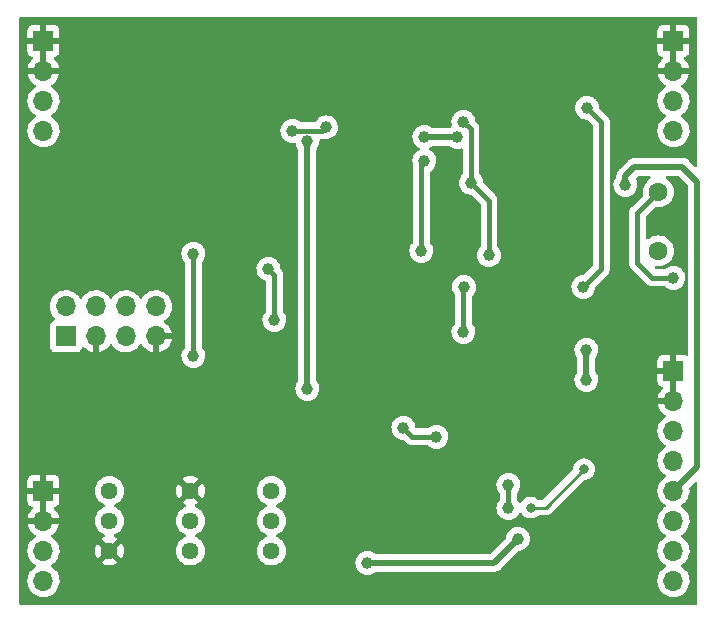
<source format=gbr>
%TF.GenerationSoftware,KiCad,Pcbnew,6.0.7-f9a2dced07~116~ubuntu22.04.1*%
%TF.CreationDate,2022-07-29T20:00:08-04:00*%
%TF.ProjectId,late_MS20_VCF_plug_in_board,6c617465-5f4d-4533-9230-5f5643465f70,0.1*%
%TF.SameCoordinates,Original*%
%TF.FileFunction,Copper,L2,Bot*%
%TF.FilePolarity,Positive*%
%FSLAX46Y46*%
G04 Gerber Fmt 4.6, Leading zero omitted, Abs format (unit mm)*
G04 Created by KiCad (PCBNEW 6.0.7-f9a2dced07~116~ubuntu22.04.1) date 2022-07-29 20:00:08*
%MOMM*%
%LPD*%
G01*
G04 APERTURE LIST*
%TA.AperFunction,ComponentPad*%
%ADD10C,1.440000*%
%TD*%
%TA.AperFunction,ComponentPad*%
%ADD11C,1.600000*%
%TD*%
%TA.AperFunction,ComponentPad*%
%ADD12R,1.700000X1.700000*%
%TD*%
%TA.AperFunction,ComponentPad*%
%ADD13O,1.700000X1.700000*%
%TD*%
%TA.AperFunction,ViaPad*%
%ADD14C,1.000000*%
%TD*%
%TA.AperFunction,ViaPad*%
%ADD15C,0.800000*%
%TD*%
%TA.AperFunction,Conductor*%
%ADD16C,0.400000*%
%TD*%
%TA.AperFunction,Conductor*%
%ADD17C,0.500000*%
%TD*%
%TA.AperFunction,Conductor*%
%ADD18C,0.290000*%
%TD*%
G04 APERTURE END LIST*
D10*
%TO.P,RV2,1,1*%
%TO.N,-12V*%
X106426000Y-111760000D03*
%TO.P,RV2,2,2*%
%TO.N,Net-(R25-Pad2)*%
X106426000Y-109220000D03*
%TO.P,RV2,3,3*%
%TO.N,GND*%
X106426000Y-106680000D03*
%TD*%
%TO.P,RV1,1,1*%
%TO.N,GND*%
X99568000Y-111760000D03*
%TO.P,RV1,2,2*%
%TO.N,Net-(R24-Pad2)*%
X99568000Y-109220000D03*
%TO.P,RV1,3,3*%
%TO.N,/CV_scalers/RAW_CV_IN*%
X99568000Y-106680000D03*
%TD*%
D11*
%TO.P,C3,1*%
%TO.N,/feedback_VCA/SIGNAL_IN*%
X146050000Y-81360000D03*
%TO.P,C3,2*%
%TO.N,Net-(C3-Pad2)*%
X146050000Y-86360000D03*
%TD*%
D12*
%TO.P,J5,1,Pin_1*%
%TO.N,/filter_core/SIGNAL_IN*%
X95885000Y-93599000D03*
D13*
%TO.P,J5,2,Pin_2*%
%TO.N,Net-(J5-Pad2)*%
X95885000Y-91059000D03*
%TO.P,J5,3,Pin_3*%
%TO.N,GND*%
X98425000Y-93599000D03*
%TO.P,J5,4,Pin_4*%
%TO.N,Net-(J5-Pad2)*%
X98425000Y-91059000D03*
%TO.P,J5,5,Pin_5*%
%TO.N,/filter_core/SIGNAL_IN*%
X100965000Y-93599000D03*
%TO.P,J5,6,Pin_6*%
%TO.N,/filter_core/HPF_INPUT_NODE*%
X100965000Y-91059000D03*
%TO.P,J5,7,Pin_7*%
%TO.N,GND*%
X103505000Y-93599000D03*
%TO.P,J5,8,Pin_8*%
%TO.N,/filter_core/HPF_INPUT_NODE*%
X103505000Y-91059000D03*
%TD*%
D10*
%TO.P,RV3,1,1*%
%TO.N,Net-(R23-Pad2)*%
X113284000Y-111760000D03*
%TO.P,RV3,2,2*%
%TO.N,Net-(R22-Pad2)*%
X113284000Y-109220000D03*
%TO.P,RV3,3,3*%
%TO.N,/feedback_VCA/CV_IN*%
X113284000Y-106680000D03*
%TD*%
D12*
%TO.P,J1,1,Pin_1*%
%TO.N,GND*%
X93980000Y-68580000D03*
D13*
%TO.P,J1,2,Pin_2*%
X93980000Y-71120000D03*
%TO.P,J1,3,Pin_3*%
%TO.N,/filter_core/SIGNAL_IN*%
X93980000Y-73660000D03*
%TO.P,J1,4,Pin_4*%
X93980000Y-76200000D03*
%TD*%
D12*
%TO.P,J2,1,Pin_1*%
%TO.N,GND*%
X93980000Y-106680000D03*
D13*
%TO.P,J2,2,Pin_2*%
X93980000Y-109220000D03*
%TO.P,J2,3,Pin_3*%
%TO.N,/CV_scalers/RAW_CV_IN*%
X93980000Y-111760000D03*
%TO.P,J2,4,Pin_4*%
X93980000Y-114300000D03*
%TD*%
D12*
%TO.P,J3,1,Pin_1*%
%TO.N,GND*%
X147320000Y-68580000D03*
D13*
%TO.P,J3,2,Pin_2*%
X147320000Y-71120000D03*
%TO.P,J3,3,Pin_3*%
%TO.N,/feedback_VCA/SIGNAL_IN*%
X147320000Y-73660000D03*
%TO.P,J3,4,Pin_4*%
X147320000Y-76200000D03*
%TD*%
D12*
%TO.P,J4,1,Pin_1*%
%TO.N,GND*%
X147320000Y-96520000D03*
D13*
%TO.P,J4,2,Pin_2*%
X147320000Y-99060000D03*
%TO.P,J4,3,Pin_3*%
%TO.N,/feedback_VCA/CV_IN*%
X147320000Y-101600000D03*
%TO.P,J4,4,Pin_4*%
X147320000Y-104140000D03*
%TO.P,J4,5,Pin_5*%
%TO.N,-12V*%
X147320000Y-106680000D03*
%TO.P,J4,6,Pin_6*%
X147320000Y-109220000D03*
%TO.P,J4,7,Pin_7*%
%TO.N,+12V*%
X147320000Y-111760000D03*
%TO.P,J4,8,Pin_8*%
X147320000Y-114300000D03*
%TD*%
D14*
%TO.N,GND*%
X114046000Y-71882000D03*
X134620000Y-89408000D03*
X143510000Y-104140000D03*
X111252000Y-86614000D03*
X121920000Y-110998000D03*
X137668000Y-96774000D03*
X121920000Y-85852000D03*
X139700000Y-76708000D03*
X139700000Y-85852000D03*
X123190000Y-102362000D03*
X121920000Y-76708000D03*
X143510000Y-113284000D03*
X113538000Y-94488000D03*
X118872000Y-102006400D03*
X130048000Y-101854000D03*
X132842000Y-102616000D03*
X140462000Y-114554000D03*
X118872000Y-111302800D03*
X114808000Y-85598000D03*
X134645400Y-73990200D03*
X129540000Y-111252000D03*
%TO.N,-12V*%
X133350000Y-108137500D03*
X131700043Y-86742043D03*
X129540000Y-75438000D03*
X143256000Y-80772000D03*
X133350000Y-106172000D03*
X130182034Y-80584500D03*
%TO.N,Net-(C1-Pad1)*%
X126238000Y-76708000D03*
X129032000Y-76708000D03*
%TO.N,Net-(C1-Pad2)*%
X117900793Y-75901207D03*
X115062000Y-76200000D03*
%TO.N,/feedback_VCA/SIGNAL_IN*%
X147320000Y-88646000D03*
%TO.N,Net-(C3-Pad2)*%
X129540000Y-93218000D03*
X129580500Y-89416520D03*
%TO.N,/feedback_VCA/SIGNAL_OUT*%
X116332000Y-77099500D03*
X116332000Y-98044000D03*
%TO.N,Net-(C4-Pad2)*%
X127254000Y-102108000D03*
X124460000Y-101346000D03*
D15*
%TO.N,Net-(C7-Pad1)*%
X135229600Y-108102400D03*
X139750800Y-104851200D03*
D14*
%TO.N,Net-(C7-Pad2)*%
X121412000Y-112776000D03*
X134154500Y-110744000D03*
%TO.N,/feedback_VCA/CV_IN*%
X139954000Y-97282000D03*
X139954000Y-94742000D03*
%TO.N,Net-(Q1-Pad1)*%
X106680000Y-86614000D03*
X106680000Y-95250000D03*
%TO.N,/CV_scalers/SCALED_CV_OUT*%
X113538000Y-92202000D03*
X139700000Y-89408000D03*
X140004800Y-74244200D03*
X113030000Y-87884000D03*
%TO.N,Net-(R3-Pad1)*%
X126238000Y-78740000D03*
X125984000Y-86360000D03*
%TD*%
D16*
%TO.N,-12V*%
X131700043Y-86742043D02*
X131700043Y-82102509D01*
X130182280Y-80584254D02*
X130182034Y-80584500D01*
D17*
X147320000Y-106680000D02*
X149352000Y-104648000D01*
X148082000Y-79248000D02*
X144018000Y-79248000D01*
D16*
X131700043Y-82102509D02*
X130182034Y-80584500D01*
D17*
X143256000Y-80010000D02*
X143256000Y-80772000D01*
X144018000Y-79248000D02*
X143256000Y-80010000D01*
D16*
X133350000Y-108137500D02*
X133350000Y-106172000D01*
D17*
X149352000Y-80518000D02*
X148082000Y-79248000D01*
X149352000Y-104648000D02*
X149352000Y-80518000D01*
D16*
X130182280Y-76080280D02*
X130182280Y-80584254D01*
X129540000Y-75438000D02*
X130182280Y-76080280D01*
D17*
%TO.N,Net-(C1-Pad1)*%
X126238000Y-76708000D02*
X129032000Y-76708000D01*
D16*
%TO.N,Net-(C1-Pad2)*%
X117602000Y-76200000D02*
X117900793Y-75901207D01*
X115062000Y-76200000D02*
X117602000Y-76200000D01*
%TO.N,/feedback_VCA/SIGNAL_IN*%
X147320000Y-88646000D02*
X145542000Y-88646000D01*
X144272000Y-83138000D02*
X146050000Y-81360000D01*
X144272000Y-87376000D02*
X144272000Y-83138000D01*
X145542000Y-88646000D02*
X144272000Y-87376000D01*
%TO.N,Net-(C3-Pad2)*%
X129540000Y-89457020D02*
X129580500Y-89416520D01*
X129540000Y-93218000D02*
X129540000Y-89457020D01*
D17*
%TO.N,/feedback_VCA/SIGNAL_OUT*%
X116332000Y-98044000D02*
X116332000Y-77099500D01*
D16*
%TO.N,Net-(C4-Pad2)*%
X127254000Y-102108000D02*
X125222000Y-102108000D01*
X125222000Y-102108000D02*
X124460000Y-101346000D01*
D18*
%TO.N,Net-(C7-Pad1)*%
X136499600Y-108102400D02*
X135229600Y-108102400D01*
X139750800Y-104851200D02*
X136499600Y-108102400D01*
D17*
%TO.N,Net-(C7-Pad2)*%
X121412000Y-112776000D02*
X121428000Y-112760000D01*
X132138500Y-112760000D02*
X134154500Y-110744000D01*
X121428000Y-112760000D02*
X132138500Y-112760000D01*
%TO.N,/feedback_VCA/CV_IN*%
X139954000Y-97282000D02*
X139954000Y-94742000D01*
D16*
%TO.N,Net-(Q1-Pad1)*%
X106680000Y-95250000D02*
X106680000Y-86614000D01*
%TO.N,/CV_scalers/SCALED_CV_OUT*%
X141224000Y-87884000D02*
X141224000Y-75463400D01*
X141224000Y-75463400D02*
X140004800Y-74244200D01*
X113538000Y-88392000D02*
X113030000Y-87884000D01*
X139700000Y-89408000D02*
X141224000Y-87884000D01*
X113538000Y-92202000D02*
X113538000Y-88392000D01*
%TO.N,Net-(R3-Pad1)*%
X125984000Y-86360000D02*
X125984000Y-78994000D01*
X125984000Y-78994000D02*
X126238000Y-78740000D01*
%TD*%
%TA.AperFunction,Conductor*%
%TO.N,GND*%
G36*
X149293621Y-66568502D02*
G01*
X149340114Y-66622158D01*
X149351500Y-66674500D01*
X149351500Y-79140629D01*
X149331498Y-79208750D01*
X149277842Y-79255243D01*
X149207568Y-79265347D01*
X149142988Y-79235853D01*
X149136405Y-79229724D01*
X148665770Y-78759089D01*
X148653384Y-78744677D01*
X148644851Y-78733082D01*
X148644846Y-78733077D01*
X148640508Y-78727182D01*
X148634930Y-78722443D01*
X148634927Y-78722440D01*
X148600232Y-78692965D01*
X148592716Y-78686035D01*
X148587021Y-78680340D01*
X148570736Y-78667456D01*
X148564749Y-78662719D01*
X148561345Y-78659928D01*
X148511297Y-78617409D01*
X148511295Y-78617408D01*
X148505715Y-78612667D01*
X148499199Y-78609339D01*
X148494150Y-78605972D01*
X148489021Y-78602805D01*
X148483284Y-78598266D01*
X148417125Y-78567345D01*
X148413225Y-78565439D01*
X148348192Y-78532231D01*
X148341084Y-78530492D01*
X148335441Y-78528393D01*
X148329678Y-78526476D01*
X148323050Y-78523378D01*
X148251583Y-78508513D01*
X148247299Y-78507543D01*
X148176390Y-78490192D01*
X148170788Y-78489844D01*
X148170785Y-78489844D01*
X148165236Y-78489500D01*
X148165238Y-78489464D01*
X148161245Y-78489225D01*
X148157053Y-78488851D01*
X148149885Y-78487360D01*
X148086120Y-78489085D01*
X148072479Y-78489454D01*
X148069072Y-78489500D01*
X144085070Y-78489500D01*
X144066120Y-78488067D01*
X144051885Y-78485901D01*
X144051881Y-78485901D01*
X144044651Y-78484801D01*
X144037359Y-78485394D01*
X144037356Y-78485394D01*
X143991982Y-78489085D01*
X143981767Y-78489500D01*
X143973707Y-78489500D01*
X143970073Y-78489924D01*
X143970067Y-78489924D01*
X143957042Y-78491443D01*
X143945480Y-78492791D01*
X143941132Y-78493221D01*
X143868364Y-78499140D01*
X143861403Y-78501395D01*
X143855463Y-78502582D01*
X143849588Y-78503971D01*
X143842319Y-78504818D01*
X143773670Y-78529736D01*
X143769542Y-78531153D01*
X143707064Y-78551393D01*
X143707062Y-78551394D01*
X143700101Y-78553649D01*
X143693846Y-78557445D01*
X143688372Y-78559951D01*
X143682942Y-78562670D01*
X143676063Y-78565167D01*
X143669943Y-78569180D01*
X143669942Y-78569180D01*
X143615024Y-78605186D01*
X143611320Y-78607523D01*
X143548893Y-78645405D01*
X143540516Y-78652803D01*
X143540492Y-78652776D01*
X143537500Y-78655429D01*
X143534267Y-78658132D01*
X143528148Y-78662144D01*
X143498951Y-78692965D01*
X143474872Y-78718383D01*
X143472494Y-78720825D01*
X142767089Y-79426230D01*
X142752677Y-79438616D01*
X142741082Y-79447149D01*
X142741077Y-79447154D01*
X142735182Y-79451492D01*
X142730443Y-79457070D01*
X142730440Y-79457073D01*
X142700965Y-79491768D01*
X142694035Y-79499284D01*
X142688340Y-79504979D01*
X142686060Y-79507861D01*
X142670719Y-79527251D01*
X142667928Y-79530655D01*
X142625409Y-79580703D01*
X142620667Y-79586285D01*
X142617339Y-79592801D01*
X142613972Y-79597850D01*
X142610805Y-79602979D01*
X142606266Y-79608716D01*
X142575345Y-79674875D01*
X142573442Y-79678769D01*
X142540231Y-79743808D01*
X142538492Y-79750916D01*
X142536393Y-79756559D01*
X142534476Y-79762322D01*
X142531378Y-79768950D01*
X142529888Y-79776112D01*
X142529888Y-79776113D01*
X142516514Y-79840412D01*
X142515544Y-79844696D01*
X142498192Y-79915610D01*
X142497500Y-79926764D01*
X142497464Y-79926762D01*
X142497225Y-79930755D01*
X142496851Y-79934947D01*
X142495360Y-79942115D01*
X142495558Y-79949432D01*
X142497454Y-80019521D01*
X142497500Y-80022928D01*
X142497500Y-80061071D01*
X142477498Y-80129192D01*
X142468030Y-80142051D01*
X142419846Y-80199474D01*
X142416879Y-80204872D01*
X142416875Y-80204877D01*
X142358303Y-80311421D01*
X142324567Y-80372787D01*
X142322706Y-80378654D01*
X142322705Y-80378656D01*
X142322153Y-80380397D01*
X142264765Y-80561306D01*
X142242719Y-80757851D01*
X142259268Y-80954934D01*
X142260967Y-80960858D01*
X142311843Y-81138283D01*
X142313783Y-81145050D01*
X142316602Y-81150535D01*
X142387483Y-81288453D01*
X142404187Y-81320956D01*
X142527035Y-81475953D01*
X142531728Y-81479947D01*
X142531729Y-81479948D01*
X142665038Y-81593402D01*
X142677650Y-81604136D01*
X142850294Y-81700624D01*
X143038392Y-81761740D01*
X143234777Y-81785158D01*
X143240912Y-81784686D01*
X143240914Y-81784686D01*
X143425830Y-81770457D01*
X143425834Y-81770456D01*
X143431972Y-81769984D01*
X143622463Y-81716798D01*
X143627967Y-81714018D01*
X143627969Y-81714017D01*
X143793495Y-81630404D01*
X143793497Y-81630403D01*
X143798996Y-81627625D01*
X143954847Y-81505861D01*
X144084078Y-81356145D01*
X144181769Y-81184179D01*
X144244197Y-80996513D01*
X144268985Y-80800295D01*
X144269380Y-80772000D01*
X144250080Y-80575167D01*
X144192916Y-80385831D01*
X144153351Y-80311419D01*
X144139032Y-80241883D01*
X144164580Y-80175643D01*
X144175508Y-80163173D01*
X144295276Y-80043405D01*
X144357588Y-80009379D01*
X144384371Y-80006500D01*
X145302077Y-80006500D01*
X145370198Y-80026502D01*
X145416691Y-80080158D01*
X145426795Y-80150432D01*
X145397301Y-80215012D01*
X145374348Y-80235713D01*
X145210211Y-80350643D01*
X145210208Y-80350645D01*
X145205700Y-80353802D01*
X145043802Y-80515700D01*
X145040645Y-80520208D01*
X145040643Y-80520211D01*
X144995628Y-80584500D01*
X144912477Y-80703251D01*
X144910154Y-80708233D01*
X144910151Y-80708238D01*
X144878776Y-80775523D01*
X144815716Y-80910757D01*
X144814294Y-80916065D01*
X144814293Y-80916067D01*
X144757881Y-81126598D01*
X144756457Y-81131913D01*
X144736502Y-81360000D01*
X144756333Y-81586663D01*
X144756444Y-81587935D01*
X144742455Y-81657540D01*
X144720018Y-81688012D01*
X143791480Y-82616550D01*
X143785215Y-82622404D01*
X143741615Y-82660439D01*
X143737248Y-82666653D01*
X143704872Y-82712719D01*
X143700939Y-82718014D01*
X143661524Y-82768282D01*
X143658401Y-82775198D01*
X143657017Y-82777484D01*
X143648643Y-82792165D01*
X143647378Y-82794525D01*
X143643010Y-82800739D01*
X143640250Y-82807818D01*
X143640249Y-82807820D01*
X143619798Y-82860275D01*
X143617247Y-82866344D01*
X143590955Y-82924573D01*
X143589571Y-82932040D01*
X143588770Y-82934595D01*
X143584141Y-82950848D01*
X143583478Y-82953428D01*
X143580718Y-82960509D01*
X143579727Y-82968040D01*
X143579726Y-82968042D01*
X143572379Y-83023852D01*
X143571348Y-83030359D01*
X143559704Y-83093186D01*
X143560141Y-83100766D01*
X143560141Y-83100767D01*
X143563291Y-83155392D01*
X143563500Y-83162646D01*
X143563500Y-87347088D01*
X143563208Y-87355658D01*
X143562490Y-87366198D01*
X143559275Y-87413352D01*
X143560580Y-87420829D01*
X143560580Y-87420830D01*
X143570261Y-87476299D01*
X143571223Y-87482821D01*
X143578898Y-87546242D01*
X143581581Y-87553343D01*
X143582222Y-87555952D01*
X143586685Y-87572262D01*
X143587450Y-87574798D01*
X143588757Y-87582284D01*
X143591811Y-87589241D01*
X143614442Y-87640795D01*
X143616933Y-87646899D01*
X143639513Y-87706656D01*
X143643817Y-87712919D01*
X143645054Y-87715285D01*
X143653299Y-87730097D01*
X143654632Y-87732351D01*
X143657685Y-87739305D01*
X143669324Y-87754472D01*
X143696579Y-87789991D01*
X143700459Y-87795332D01*
X143732339Y-87841720D01*
X143732344Y-87841725D01*
X143736643Y-87847981D01*
X143742313Y-87853032D01*
X143742314Y-87853034D01*
X143783170Y-87889435D01*
X143788446Y-87894416D01*
X145020557Y-89126528D01*
X145026411Y-89132793D01*
X145064439Y-89176385D01*
X145116729Y-89213136D01*
X145121971Y-89217028D01*
X145172282Y-89256476D01*
X145179201Y-89259600D01*
X145181493Y-89260988D01*
X145196165Y-89269357D01*
X145198525Y-89270622D01*
X145204739Y-89274990D01*
X145211818Y-89277750D01*
X145211820Y-89277751D01*
X145264275Y-89298202D01*
X145270344Y-89300753D01*
X145328573Y-89327045D01*
X145336046Y-89328430D01*
X145338612Y-89329234D01*
X145354835Y-89333855D01*
X145357427Y-89334520D01*
X145364509Y-89337282D01*
X145372044Y-89338274D01*
X145427861Y-89345622D01*
X145434377Y-89346654D01*
X145472770Y-89353770D01*
X145497186Y-89358295D01*
X145504766Y-89357858D01*
X145504767Y-89357858D01*
X145559380Y-89354709D01*
X145566633Y-89354500D01*
X146550019Y-89354500D01*
X146618140Y-89374502D01*
X146631682Y-89384546D01*
X146649835Y-89399995D01*
X146741650Y-89478136D01*
X146914294Y-89574624D01*
X147102392Y-89635740D01*
X147298777Y-89659158D01*
X147304912Y-89658686D01*
X147304914Y-89658686D01*
X147489830Y-89644457D01*
X147489834Y-89644456D01*
X147495972Y-89643984D01*
X147686463Y-89590798D01*
X147691967Y-89588018D01*
X147691969Y-89588017D01*
X147857495Y-89504404D01*
X147857497Y-89504403D01*
X147862996Y-89501625D01*
X148008780Y-89387726D01*
X148013991Y-89383655D01*
X148018847Y-89379861D01*
X148148078Y-89230145D01*
X148245769Y-89058179D01*
X148308197Y-88870513D01*
X148332985Y-88674295D01*
X148333380Y-88646000D01*
X148314080Y-88449167D01*
X148307532Y-88427477D01*
X148287630Y-88361561D01*
X148256916Y-88259831D01*
X148164066Y-88085204D01*
X148072284Y-87972668D01*
X148042960Y-87936713D01*
X148042957Y-87936710D01*
X148039065Y-87931938D01*
X148032232Y-87926285D01*
X147891425Y-87809799D01*
X147891421Y-87809797D01*
X147886675Y-87805870D01*
X147712701Y-87711802D01*
X147523768Y-87653318D01*
X147517643Y-87652674D01*
X147517642Y-87652674D01*
X147333204Y-87633289D01*
X147333202Y-87633289D01*
X147327075Y-87632645D01*
X147244576Y-87640153D01*
X147136251Y-87650011D01*
X147136248Y-87650012D01*
X147130112Y-87650570D01*
X147124206Y-87652308D01*
X147124202Y-87652309D01*
X147025821Y-87681264D01*
X146940381Y-87706410D01*
X146934923Y-87709263D01*
X146934919Y-87709265D01*
X146877459Y-87739305D01*
X146765110Y-87798040D01*
X146626236Y-87909698D01*
X146560616Y-87936793D01*
X146547286Y-87937500D01*
X145887660Y-87937500D01*
X145819539Y-87917498D01*
X145798565Y-87900595D01*
X145770376Y-87872406D01*
X145736350Y-87810094D01*
X145741415Y-87739279D01*
X145783962Y-87682443D01*
X145850482Y-87657632D01*
X145870452Y-87657790D01*
X146044524Y-87673019D01*
X146044525Y-87673019D01*
X146050000Y-87673498D01*
X146278087Y-87653543D01*
X146283400Y-87652119D01*
X146283402Y-87652119D01*
X146493933Y-87595707D01*
X146493935Y-87595706D01*
X146499243Y-87594284D01*
X146510058Y-87589241D01*
X146701762Y-87499849D01*
X146701767Y-87499846D01*
X146706749Y-87497523D01*
X146869536Y-87383538D01*
X146889789Y-87369357D01*
X146889792Y-87369355D01*
X146894300Y-87366198D01*
X147056198Y-87204300D01*
X147062612Y-87195141D01*
X147165781Y-87047799D01*
X147187523Y-87016749D01*
X147189846Y-87011767D01*
X147189849Y-87011762D01*
X147281961Y-86814225D01*
X147281961Y-86814224D01*
X147284284Y-86809243D01*
X147294216Y-86772179D01*
X147342119Y-86593402D01*
X147342119Y-86593400D01*
X147343543Y-86588087D01*
X147363498Y-86360000D01*
X147343543Y-86131913D01*
X147315694Y-86027981D01*
X147285707Y-85916067D01*
X147285706Y-85916065D01*
X147284284Y-85910757D01*
X147272788Y-85886104D01*
X147189849Y-85708238D01*
X147189846Y-85708233D01*
X147187523Y-85703251D01*
X147056198Y-85515700D01*
X146894300Y-85353802D01*
X146889792Y-85350645D01*
X146889789Y-85350643D01*
X146781491Y-85274812D01*
X146706749Y-85222477D01*
X146701767Y-85220154D01*
X146701762Y-85220151D01*
X146504225Y-85128039D01*
X146504224Y-85128039D01*
X146499243Y-85125716D01*
X146493935Y-85124294D01*
X146493933Y-85124293D01*
X146283402Y-85067881D01*
X146283400Y-85067881D01*
X146278087Y-85066457D01*
X146050000Y-85046502D01*
X145821913Y-85066457D01*
X145816600Y-85067881D01*
X145816598Y-85067881D01*
X145606067Y-85124293D01*
X145606065Y-85124294D01*
X145600757Y-85125716D01*
X145595776Y-85128039D01*
X145595775Y-85128039D01*
X145398238Y-85220151D01*
X145398233Y-85220154D01*
X145393251Y-85222477D01*
X145318509Y-85274812D01*
X145210211Y-85350643D01*
X145210208Y-85350645D01*
X145205700Y-85353802D01*
X145195595Y-85363907D01*
X145133283Y-85397933D01*
X145062468Y-85392868D01*
X145005632Y-85350321D01*
X144980821Y-85283801D01*
X144980500Y-85274812D01*
X144980500Y-83483660D01*
X145000502Y-83415539D01*
X145017405Y-83394565D01*
X145721988Y-82689982D01*
X145784300Y-82655956D01*
X145822063Y-82653556D01*
X146050000Y-82673498D01*
X146278087Y-82653543D01*
X146283400Y-82652119D01*
X146283402Y-82652119D01*
X146493933Y-82595707D01*
X146493935Y-82595706D01*
X146499243Y-82594284D01*
X146504225Y-82591961D01*
X146701762Y-82499849D01*
X146701767Y-82499846D01*
X146706749Y-82497523D01*
X146815484Y-82421386D01*
X146889789Y-82369357D01*
X146889792Y-82369355D01*
X146894300Y-82366198D01*
X147056198Y-82204300D01*
X147187523Y-82016749D01*
X147189846Y-82011767D01*
X147189849Y-82011762D01*
X147281961Y-81814225D01*
X147281961Y-81814224D01*
X147284284Y-81809243D01*
X147294804Y-81769984D01*
X147342119Y-81593402D01*
X147342119Y-81593400D01*
X147343543Y-81588087D01*
X147363498Y-81360000D01*
X147343543Y-81131913D01*
X147342119Y-81126598D01*
X147285707Y-80916067D01*
X147285706Y-80916065D01*
X147284284Y-80910757D01*
X147221224Y-80775523D01*
X147189849Y-80708238D01*
X147189846Y-80708233D01*
X147187523Y-80703251D01*
X147104372Y-80584500D01*
X147059357Y-80520211D01*
X147059355Y-80520208D01*
X147056198Y-80515700D01*
X146894300Y-80353802D01*
X146889792Y-80350645D01*
X146889789Y-80350643D01*
X146725652Y-80235713D01*
X146681324Y-80180256D01*
X146674015Y-80109636D01*
X146706046Y-80046276D01*
X146767247Y-80010291D01*
X146797923Y-80006500D01*
X147715629Y-80006500D01*
X147783750Y-80026502D01*
X147804724Y-80043405D01*
X148556595Y-80795276D01*
X148590621Y-80857588D01*
X148593500Y-80884371D01*
X148593500Y-95105573D01*
X148573498Y-95173694D01*
X148519842Y-95220187D01*
X148449568Y-95230291D01*
X148416654Y-95219316D01*
X148416462Y-95219828D01*
X148287606Y-95171522D01*
X148272351Y-95167895D01*
X148221486Y-95162369D01*
X148214672Y-95162000D01*
X147592115Y-95162000D01*
X147576876Y-95166475D01*
X147575671Y-95167865D01*
X147574000Y-95175548D01*
X147574000Y-99188000D01*
X147553998Y-99256121D01*
X147500342Y-99302614D01*
X147448000Y-99314000D01*
X146003225Y-99314000D01*
X145989694Y-99317973D01*
X145988257Y-99327966D01*
X146018565Y-99462446D01*
X146021645Y-99472275D01*
X146101770Y-99669603D01*
X146106413Y-99678794D01*
X146217694Y-99860388D01*
X146223777Y-99868699D01*
X146363213Y-100029667D01*
X146370580Y-100036883D01*
X146534434Y-100172916D01*
X146542881Y-100178831D01*
X146611969Y-100219203D01*
X146660693Y-100270842D01*
X146673764Y-100340625D01*
X146647033Y-100406396D01*
X146606584Y-100439752D01*
X146593607Y-100446507D01*
X146589474Y-100449610D01*
X146589471Y-100449612D01*
X146419100Y-100577530D01*
X146414965Y-100580635D01*
X146260629Y-100742138D01*
X146257715Y-100746410D01*
X146257714Y-100746411D01*
X146241733Y-100769838D01*
X146134743Y-100926680D01*
X146119355Y-100959831D01*
X146046335Y-101117140D01*
X146040688Y-101129305D01*
X145980989Y-101344570D01*
X145957251Y-101566695D01*
X145957548Y-101571848D01*
X145957548Y-101571851D01*
X145966196Y-101721831D01*
X145970110Y-101789715D01*
X145971247Y-101794761D01*
X145971248Y-101794767D01*
X145992593Y-101889477D01*
X146019222Y-102007639D01*
X146103266Y-102214616D01*
X146105965Y-102219020D01*
X146208479Y-102386308D01*
X146219987Y-102405088D01*
X146366250Y-102573938D01*
X146538126Y-102716632D01*
X146548962Y-102722964D01*
X146611445Y-102759476D01*
X146660169Y-102811114D01*
X146673240Y-102880897D01*
X146646509Y-102946669D01*
X146606055Y-102980027D01*
X146593607Y-102986507D01*
X146589474Y-102989610D01*
X146589471Y-102989612D01*
X146434478Y-103105984D01*
X146414965Y-103120635D01*
X146260629Y-103282138D01*
X146134743Y-103466680D01*
X146040688Y-103669305D01*
X145980989Y-103884570D01*
X145957251Y-104106695D01*
X145957548Y-104111848D01*
X145957548Y-104111851D01*
X145961319Y-104177245D01*
X145970110Y-104329715D01*
X145971247Y-104334761D01*
X145971248Y-104334767D01*
X145995304Y-104441508D01*
X146019222Y-104547639D01*
X146103266Y-104754616D01*
X146105965Y-104759020D01*
X146168179Y-104860544D01*
X146219987Y-104945088D01*
X146366250Y-105113938D01*
X146538126Y-105256632D01*
X146608595Y-105297811D01*
X146611445Y-105299476D01*
X146660169Y-105351114D01*
X146673240Y-105420897D01*
X146646509Y-105486669D01*
X146606055Y-105520027D01*
X146598477Y-105523972D01*
X146593607Y-105526507D01*
X146589474Y-105529610D01*
X146589471Y-105529612D01*
X146419100Y-105657530D01*
X146414965Y-105660635D01*
X146411393Y-105664373D01*
X146312946Y-105767392D01*
X146260629Y-105822138D01*
X146257715Y-105826410D01*
X146257714Y-105826411D01*
X146213088Y-105891831D01*
X146134743Y-106006680D01*
X146108413Y-106063404D01*
X146043244Y-106203799D01*
X146040688Y-106209305D01*
X145980989Y-106424570D01*
X145957251Y-106646695D01*
X145957548Y-106651848D01*
X145957548Y-106651851D01*
X145969504Y-106859207D01*
X145970110Y-106869715D01*
X145971247Y-106874761D01*
X145971248Y-106874767D01*
X145985606Y-106938475D01*
X146019222Y-107087639D01*
X146103266Y-107294616D01*
X146105965Y-107299020D01*
X146197244Y-107447974D01*
X146219987Y-107485088D01*
X146366250Y-107653938D01*
X146538126Y-107796632D01*
X146604691Y-107835529D01*
X146611445Y-107839476D01*
X146660169Y-107891114D01*
X146673240Y-107960897D01*
X146646509Y-108026669D01*
X146606055Y-108060027D01*
X146593607Y-108066507D01*
X146589474Y-108069610D01*
X146589471Y-108069612D01*
X146465845Y-108162433D01*
X146414965Y-108200635D01*
X146260629Y-108362138D01*
X146257715Y-108366410D01*
X146257714Y-108366411D01*
X146213088Y-108431831D01*
X146134743Y-108546680D01*
X146106101Y-108608385D01*
X146043011Y-108744301D01*
X146040688Y-108749305D01*
X145980989Y-108964570D01*
X145957251Y-109186695D01*
X145957548Y-109191848D01*
X145957548Y-109191851D01*
X145963011Y-109286590D01*
X145970110Y-109409715D01*
X145971247Y-109414761D01*
X145971248Y-109414767D01*
X145984597Y-109474000D01*
X146019222Y-109627639D01*
X146103266Y-109834616D01*
X146105965Y-109839020D01*
X146214482Y-110016104D01*
X146219987Y-110025088D01*
X146366250Y-110193938D01*
X146538126Y-110336632D01*
X146565096Y-110352392D01*
X146611445Y-110379476D01*
X146660169Y-110431114D01*
X146673240Y-110500897D01*
X146646509Y-110566669D01*
X146606055Y-110600027D01*
X146593607Y-110606507D01*
X146589474Y-110609610D01*
X146589471Y-110609612D01*
X146419100Y-110737530D01*
X146414965Y-110740635D01*
X146260629Y-110902138D01*
X146257715Y-110906410D01*
X146257714Y-110906411D01*
X146215351Y-110968513D01*
X146134743Y-111086680D01*
X146040688Y-111289305D01*
X145980989Y-111504570D01*
X145957251Y-111726695D01*
X145957548Y-111731848D01*
X145957548Y-111731851D01*
X145963783Y-111839980D01*
X145970110Y-111949715D01*
X145971247Y-111954761D01*
X145971248Y-111954767D01*
X145981780Y-112001500D01*
X146019222Y-112167639D01*
X146103266Y-112374616D01*
X146219987Y-112565088D01*
X146366250Y-112733938D01*
X146538126Y-112876632D01*
X146605544Y-112916028D01*
X146611445Y-112919476D01*
X146660169Y-112971114D01*
X146673240Y-113040897D01*
X146646509Y-113106669D01*
X146606055Y-113140027D01*
X146600108Y-113143123D01*
X146593607Y-113146507D01*
X146589474Y-113149610D01*
X146589471Y-113149612D01*
X146565247Y-113167800D01*
X146414965Y-113280635D01*
X146260629Y-113442138D01*
X146257715Y-113446410D01*
X146257714Y-113446411D01*
X146218988Y-113503182D01*
X146134743Y-113626680D01*
X146119003Y-113660590D01*
X146059324Y-113789158D01*
X146040688Y-113829305D01*
X145980989Y-114044570D01*
X145957251Y-114266695D01*
X145957548Y-114271848D01*
X145957548Y-114271851D01*
X145963011Y-114366590D01*
X145970110Y-114489715D01*
X145971247Y-114494761D01*
X145971248Y-114494767D01*
X145991119Y-114582939D01*
X146019222Y-114707639D01*
X146103266Y-114914616D01*
X146219987Y-115105088D01*
X146366250Y-115273938D01*
X146538126Y-115416632D01*
X146731000Y-115529338D01*
X146939692Y-115609030D01*
X146944760Y-115610061D01*
X146944763Y-115610062D01*
X147052017Y-115631883D01*
X147158597Y-115653567D01*
X147163772Y-115653757D01*
X147163774Y-115653757D01*
X147376673Y-115661564D01*
X147376677Y-115661564D01*
X147381837Y-115661753D01*
X147386957Y-115661097D01*
X147386959Y-115661097D01*
X147598288Y-115634025D01*
X147598289Y-115634025D01*
X147603416Y-115633368D01*
X147608366Y-115631883D01*
X147812429Y-115570661D01*
X147812434Y-115570659D01*
X147817384Y-115569174D01*
X148017994Y-115470896D01*
X148199860Y-115341173D01*
X148358096Y-115183489D01*
X148417594Y-115100689D01*
X148485435Y-115006277D01*
X148488453Y-115002077D01*
X148587430Y-114801811D01*
X148652370Y-114588069D01*
X148681529Y-114366590D01*
X148683156Y-114300000D01*
X148664852Y-114077361D01*
X148610431Y-113860702D01*
X148521354Y-113655840D01*
X148426653Y-113509454D01*
X148402822Y-113472617D01*
X148402820Y-113472614D01*
X148400014Y-113468277D01*
X148249670Y-113303051D01*
X148245619Y-113299852D01*
X148245615Y-113299848D01*
X148078414Y-113167800D01*
X148078410Y-113167798D01*
X148074359Y-113164598D01*
X148033053Y-113141796D01*
X147983084Y-113091364D01*
X147968312Y-113021921D01*
X147993428Y-112955516D01*
X148020780Y-112928909D01*
X148064603Y-112897650D01*
X148199860Y-112801173D01*
X148358096Y-112643489D01*
X148417594Y-112560689D01*
X148485435Y-112466277D01*
X148488453Y-112462077D01*
X148510773Y-112416917D01*
X148585136Y-112266453D01*
X148585137Y-112266451D01*
X148587430Y-112261811D01*
X148652370Y-112048069D01*
X148681529Y-111826590D01*
X148682611Y-111782309D01*
X148683074Y-111763365D01*
X148683074Y-111763361D01*
X148683156Y-111760000D01*
X148664852Y-111537361D01*
X148610431Y-111320702D01*
X148521354Y-111115840D01*
X148429830Y-110974365D01*
X148402822Y-110932617D01*
X148402820Y-110932614D01*
X148400014Y-110928277D01*
X148249670Y-110763051D01*
X148245619Y-110759852D01*
X148245615Y-110759848D01*
X148078414Y-110627800D01*
X148078410Y-110627798D01*
X148074359Y-110624598D01*
X148033053Y-110601796D01*
X147983084Y-110551364D01*
X147968312Y-110481921D01*
X147993428Y-110415516D01*
X148020780Y-110388909D01*
X148090200Y-110339392D01*
X148199860Y-110261173D01*
X148358096Y-110103489D01*
X148410948Y-110029938D01*
X148485435Y-109926277D01*
X148488453Y-109922077D01*
X148497452Y-109903870D01*
X148585136Y-109726453D01*
X148585137Y-109726451D01*
X148587430Y-109721811D01*
X148652370Y-109508069D01*
X148681529Y-109286590D01*
X148683156Y-109220000D01*
X148664852Y-108997361D01*
X148610431Y-108780702D01*
X148521354Y-108575840D01*
X148455442Y-108473956D01*
X148402822Y-108392617D01*
X148402820Y-108392614D01*
X148400014Y-108388277D01*
X148249670Y-108223051D01*
X148245619Y-108219852D01*
X148245615Y-108219848D01*
X148078414Y-108087800D01*
X148078410Y-108087798D01*
X148074359Y-108084598D01*
X148033053Y-108061796D01*
X147983084Y-108011364D01*
X147968312Y-107941921D01*
X147993428Y-107875516D01*
X148020780Y-107848909D01*
X148064603Y-107817650D01*
X148199860Y-107721173D01*
X148358096Y-107563489D01*
X148417594Y-107480689D01*
X148485435Y-107386277D01*
X148488453Y-107382077D01*
X148510773Y-107336917D01*
X148585136Y-107186453D01*
X148585137Y-107186451D01*
X148587430Y-107181811D01*
X148652370Y-106968069D01*
X148681529Y-106746590D01*
X148681611Y-106743240D01*
X148683074Y-106683365D01*
X148683074Y-106683361D01*
X148683156Y-106680000D01*
X148665870Y-106469747D01*
X148680223Y-106400219D01*
X148702351Y-106370330D01*
X149136405Y-105936276D01*
X149198717Y-105902250D01*
X149269532Y-105907315D01*
X149326368Y-105949862D01*
X149351179Y-106016382D01*
X149351500Y-106025371D01*
X149351500Y-116205500D01*
X149331498Y-116273621D01*
X149277842Y-116320114D01*
X149225500Y-116331500D01*
X92074500Y-116331500D01*
X92006379Y-116311498D01*
X91959886Y-116257842D01*
X91948500Y-116205500D01*
X91948500Y-114266695D01*
X92617251Y-114266695D01*
X92617548Y-114271848D01*
X92617548Y-114271851D01*
X92623011Y-114366590D01*
X92630110Y-114489715D01*
X92631247Y-114494761D01*
X92631248Y-114494767D01*
X92651119Y-114582939D01*
X92679222Y-114707639D01*
X92763266Y-114914616D01*
X92879987Y-115105088D01*
X93026250Y-115273938D01*
X93198126Y-115416632D01*
X93391000Y-115529338D01*
X93599692Y-115609030D01*
X93604760Y-115610061D01*
X93604763Y-115610062D01*
X93712017Y-115631883D01*
X93818597Y-115653567D01*
X93823772Y-115653757D01*
X93823774Y-115653757D01*
X94036673Y-115661564D01*
X94036677Y-115661564D01*
X94041837Y-115661753D01*
X94046957Y-115661097D01*
X94046959Y-115661097D01*
X94258288Y-115634025D01*
X94258289Y-115634025D01*
X94263416Y-115633368D01*
X94268366Y-115631883D01*
X94472429Y-115570661D01*
X94472434Y-115570659D01*
X94477384Y-115569174D01*
X94677994Y-115470896D01*
X94859860Y-115341173D01*
X95018096Y-115183489D01*
X95077594Y-115100689D01*
X95145435Y-115006277D01*
X95148453Y-115002077D01*
X95247430Y-114801811D01*
X95312370Y-114588069D01*
X95341529Y-114366590D01*
X95343156Y-114300000D01*
X95324852Y-114077361D01*
X95270431Y-113860702D01*
X95181354Y-113655840D01*
X95086653Y-113509454D01*
X95062822Y-113472617D01*
X95062820Y-113472614D01*
X95060014Y-113468277D01*
X94909670Y-113303051D01*
X94905619Y-113299852D01*
X94905615Y-113299848D01*
X94738414Y-113167800D01*
X94738410Y-113167798D01*
X94734359Y-113164598D01*
X94693053Y-113141796D01*
X94643084Y-113091364D01*
X94628312Y-113021921D01*
X94653428Y-112955516D01*
X94680780Y-112928909D01*
X94724603Y-112897650D01*
X94859860Y-112801173D01*
X94872456Y-112788621D01*
X98903933Y-112788621D01*
X98913227Y-112800635D01*
X98947146Y-112824385D01*
X98956641Y-112829868D01*
X99141413Y-112916028D01*
X99151705Y-112919774D01*
X99348632Y-112972540D01*
X99359425Y-112974443D01*
X99562525Y-112992212D01*
X99573475Y-112992212D01*
X99776575Y-112974443D01*
X99787368Y-112972540D01*
X99984295Y-112919774D01*
X99994587Y-112916028D01*
X100179359Y-112829868D01*
X100188854Y-112824385D01*
X100223607Y-112800051D01*
X100231983Y-112789572D01*
X100224916Y-112776127D01*
X99580811Y-112132021D01*
X99566868Y-112124408D01*
X99565034Y-112124539D01*
X99558420Y-112128790D01*
X98910360Y-112776851D01*
X98903933Y-112788621D01*
X94872456Y-112788621D01*
X95018096Y-112643489D01*
X95077594Y-112560689D01*
X95145435Y-112466277D01*
X95148453Y-112462077D01*
X95170773Y-112416917D01*
X95245136Y-112266453D01*
X95245137Y-112266451D01*
X95247430Y-112261811D01*
X95312370Y-112048069D01*
X95341529Y-111826590D01*
X95342611Y-111782309D01*
X95343022Y-111765475D01*
X98335788Y-111765475D01*
X98353557Y-111968575D01*
X98355460Y-111979368D01*
X98408226Y-112176295D01*
X98411972Y-112186587D01*
X98498135Y-112371364D01*
X98503613Y-112380850D01*
X98527949Y-112415607D01*
X98538428Y-112423983D01*
X98551872Y-112416917D01*
X99195979Y-111772811D01*
X99202356Y-111761132D01*
X99932408Y-111761132D01*
X99932539Y-111762966D01*
X99936790Y-111769580D01*
X100584851Y-112417640D01*
X100596621Y-112424067D01*
X100608635Y-112414772D01*
X100632387Y-112380850D01*
X100637865Y-112371364D01*
X100724028Y-112186587D01*
X100727774Y-112176295D01*
X100780540Y-111979368D01*
X100782443Y-111968575D01*
X100800212Y-111765475D01*
X100800212Y-111760000D01*
X105192807Y-111760000D01*
X105211542Y-111974142D01*
X105212966Y-111979455D01*
X105212966Y-111979457D01*
X105232396Y-112051968D01*
X105267178Y-112181777D01*
X105269500Y-112186757D01*
X105269501Y-112186759D01*
X105304499Y-112261811D01*
X105358024Y-112376596D01*
X105481319Y-112552681D01*
X105633319Y-112704681D01*
X105809403Y-112827976D01*
X105814381Y-112830297D01*
X105814384Y-112830299D01*
X105913746Y-112876632D01*
X106004223Y-112918822D01*
X106009531Y-112920244D01*
X106009533Y-112920245D01*
X106206543Y-112973034D01*
X106206545Y-112973034D01*
X106211858Y-112974458D01*
X106426000Y-112993193D01*
X106640142Y-112974458D01*
X106645455Y-112973034D01*
X106645457Y-112973034D01*
X106842467Y-112920245D01*
X106842469Y-112920244D01*
X106847777Y-112918822D01*
X106938254Y-112876632D01*
X107037616Y-112830299D01*
X107037619Y-112830297D01*
X107042597Y-112827976D01*
X107218681Y-112704681D01*
X107370681Y-112552681D01*
X107493976Y-112376596D01*
X107547502Y-112261811D01*
X107582499Y-112186759D01*
X107582500Y-112186757D01*
X107584822Y-112181777D01*
X107619605Y-112051968D01*
X107639034Y-111979457D01*
X107639034Y-111979455D01*
X107640458Y-111974142D01*
X107659193Y-111760000D01*
X112050807Y-111760000D01*
X112069542Y-111974142D01*
X112070966Y-111979455D01*
X112070966Y-111979457D01*
X112090396Y-112051968D01*
X112125178Y-112181777D01*
X112127500Y-112186757D01*
X112127501Y-112186759D01*
X112162499Y-112261811D01*
X112216024Y-112376596D01*
X112339319Y-112552681D01*
X112491319Y-112704681D01*
X112667403Y-112827976D01*
X112672381Y-112830297D01*
X112672384Y-112830299D01*
X112771746Y-112876632D01*
X112862223Y-112918822D01*
X112867531Y-112920244D01*
X112867533Y-112920245D01*
X113064543Y-112973034D01*
X113064545Y-112973034D01*
X113069858Y-112974458D01*
X113284000Y-112993193D01*
X113498142Y-112974458D01*
X113503455Y-112973034D01*
X113503457Y-112973034D01*
X113700467Y-112920245D01*
X113700469Y-112920244D01*
X113705777Y-112918822D01*
X113796254Y-112876632D01*
X113895616Y-112830299D01*
X113895619Y-112830297D01*
X113900597Y-112827976D01*
X113995034Y-112761851D01*
X120398719Y-112761851D01*
X120399235Y-112767995D01*
X120412914Y-112930896D01*
X120415268Y-112958934D01*
X120424954Y-112992714D01*
X120467196Y-113140027D01*
X120469783Y-113149050D01*
X120560187Y-113324956D01*
X120683035Y-113479953D01*
X120687728Y-113483947D01*
X120687729Y-113483948D01*
X120732557Y-113522099D01*
X120833650Y-113608136D01*
X121006294Y-113704624D01*
X121194392Y-113765740D01*
X121390777Y-113789158D01*
X121396912Y-113788686D01*
X121396914Y-113788686D01*
X121581830Y-113774457D01*
X121581834Y-113774456D01*
X121587972Y-113773984D01*
X121778463Y-113720798D01*
X121783967Y-113718018D01*
X121783969Y-113718017D01*
X121949493Y-113634405D01*
X121949495Y-113634404D01*
X121954996Y-113631625D01*
X122065602Y-113545210D01*
X122131597Y-113519033D01*
X122143176Y-113518500D01*
X132071430Y-113518500D01*
X132090380Y-113519933D01*
X132104615Y-113522099D01*
X132104619Y-113522099D01*
X132111849Y-113523199D01*
X132119141Y-113522606D01*
X132119144Y-113522606D01*
X132164518Y-113518915D01*
X132174733Y-113518500D01*
X132182793Y-113518500D01*
X132196083Y-113516951D01*
X132211007Y-113515211D01*
X132215382Y-113514778D01*
X132280839Y-113509454D01*
X132280842Y-113509453D01*
X132288137Y-113508860D01*
X132295101Y-113506604D01*
X132301060Y-113505413D01*
X132306915Y-113504029D01*
X132314181Y-113503182D01*
X132382827Y-113478265D01*
X132386955Y-113476848D01*
X132449436Y-113456607D01*
X132449438Y-113456606D01*
X132456399Y-113454351D01*
X132462654Y-113450555D01*
X132468128Y-113448049D01*
X132473558Y-113445330D01*
X132480437Y-113442833D01*
X132541476Y-113402814D01*
X132545180Y-113400477D01*
X132607607Y-113362595D01*
X132615984Y-113355197D01*
X132616008Y-113355224D01*
X132619000Y-113352571D01*
X132622233Y-113349868D01*
X132628352Y-113345856D01*
X132681628Y-113289617D01*
X132684006Y-113287175D01*
X134187796Y-111783385D01*
X134250108Y-111749359D01*
X134267223Y-111746851D01*
X134274013Y-111746329D01*
X134324330Y-111742457D01*
X134324334Y-111742456D01*
X134330472Y-111741984D01*
X134520963Y-111688798D01*
X134526467Y-111686018D01*
X134526469Y-111686017D01*
X134691995Y-111602404D01*
X134691997Y-111602403D01*
X134697496Y-111599625D01*
X134853347Y-111477861D01*
X134969147Y-111343705D01*
X134978549Y-111332813D01*
X134978550Y-111332811D01*
X134982578Y-111328145D01*
X135080269Y-111156179D01*
X135142697Y-110968513D01*
X135167485Y-110772295D01*
X135167880Y-110744000D01*
X135148580Y-110547167D01*
X135131706Y-110491276D01*
X135124662Y-110467947D01*
X135091416Y-110357831D01*
X134998566Y-110183204D01*
X134928209Y-110096938D01*
X134877460Y-110034713D01*
X134877457Y-110034710D01*
X134873565Y-110029938D01*
X134868816Y-110026009D01*
X134725925Y-109907799D01*
X134725921Y-109907797D01*
X134721175Y-109903870D01*
X134547201Y-109809802D01*
X134358268Y-109751318D01*
X134352143Y-109750674D01*
X134352142Y-109750674D01*
X134167704Y-109731289D01*
X134167702Y-109731289D01*
X134161575Y-109730645D01*
X134079076Y-109738153D01*
X133970751Y-109748011D01*
X133970748Y-109748012D01*
X133964612Y-109748570D01*
X133958706Y-109750308D01*
X133958702Y-109750309D01*
X133853576Y-109781249D01*
X133774881Y-109804410D01*
X133769423Y-109807263D01*
X133769419Y-109807265D01*
X133704698Y-109841101D01*
X133599610Y-109896040D01*
X133445475Y-110019968D01*
X133318346Y-110171474D01*
X133315379Y-110176872D01*
X133315375Y-110176877D01*
X133256033Y-110284821D01*
X133223067Y-110344787D01*
X133221206Y-110350654D01*
X133221205Y-110350656D01*
X133177232Y-110489277D01*
X133163265Y-110533306D01*
X133159523Y-110566669D01*
X133151854Y-110635035D01*
X133124383Y-110700502D01*
X133115734Y-110710085D01*
X131861224Y-111964595D01*
X131798912Y-111998621D01*
X131772129Y-112001500D01*
X122103371Y-112001500D01*
X122035250Y-111981498D01*
X122023056Y-111972585D01*
X121983425Y-111939799D01*
X121983421Y-111939797D01*
X121978675Y-111935870D01*
X121804701Y-111841802D01*
X121615768Y-111783318D01*
X121609643Y-111782674D01*
X121609642Y-111782674D01*
X121425204Y-111763289D01*
X121425202Y-111763289D01*
X121419075Y-111762645D01*
X121342872Y-111769580D01*
X121228251Y-111780011D01*
X121228248Y-111780012D01*
X121222112Y-111780570D01*
X121216206Y-111782308D01*
X121216202Y-111782309D01*
X121111076Y-111813249D01*
X121032381Y-111836410D01*
X121026923Y-111839263D01*
X121026919Y-111839265D01*
X120936147Y-111886720D01*
X120857110Y-111928040D01*
X120702975Y-112051968D01*
X120575846Y-112203474D01*
X120572879Y-112208872D01*
X120572875Y-112208877D01*
X120543775Y-112261811D01*
X120480567Y-112376787D01*
X120478706Y-112382654D01*
X120478705Y-112382656D01*
X120465595Y-112423983D01*
X120420765Y-112565306D01*
X120398719Y-112761851D01*
X113995034Y-112761851D01*
X114076681Y-112704681D01*
X114228681Y-112552681D01*
X114351976Y-112376596D01*
X114405502Y-112261811D01*
X114440499Y-112186759D01*
X114440500Y-112186757D01*
X114442822Y-112181777D01*
X114477605Y-112051968D01*
X114497034Y-111979457D01*
X114497034Y-111979455D01*
X114498458Y-111974142D01*
X114517193Y-111760000D01*
X114498458Y-111545858D01*
X114496181Y-111537361D01*
X114444245Y-111343533D01*
X114444244Y-111343531D01*
X114442822Y-111338223D01*
X114351976Y-111143404D01*
X114228681Y-110967319D01*
X114076681Y-110815319D01*
X113900597Y-110692024D01*
X113895619Y-110689703D01*
X113895616Y-110689701D01*
X113712247Y-110604195D01*
X113658962Y-110557278D01*
X113639501Y-110489000D01*
X113660043Y-110421041D01*
X113712247Y-110375805D01*
X113895616Y-110290299D01*
X113895619Y-110290297D01*
X113900597Y-110287976D01*
X114076681Y-110164681D01*
X114228681Y-110012681D01*
X114351976Y-109836596D01*
X114364471Y-109809802D01*
X114440499Y-109646759D01*
X114440500Y-109646757D01*
X114442822Y-109641777D01*
X114486714Y-109477973D01*
X114497034Y-109439457D01*
X114497034Y-109439455D01*
X114498458Y-109434142D01*
X114517193Y-109220000D01*
X114498458Y-109005858D01*
X114495046Y-108993125D01*
X114444245Y-108803533D01*
X114444244Y-108803531D01*
X114442822Y-108798223D01*
X114436992Y-108785720D01*
X114354299Y-108608385D01*
X114354297Y-108608382D01*
X114351976Y-108603404D01*
X114228681Y-108427319D01*
X114076681Y-108275319D01*
X113900597Y-108152024D01*
X113895619Y-108149703D01*
X113895616Y-108149701D01*
X113839108Y-108123351D01*
X132336719Y-108123351D01*
X132337235Y-108129495D01*
X132349480Y-108275319D01*
X132353268Y-108320434D01*
X132366452Y-108366411D01*
X132397290Y-108473956D01*
X132407783Y-108510550D01*
X132410602Y-108516035D01*
X132473975Y-108639344D01*
X132498187Y-108686456D01*
X132621035Y-108841453D01*
X132625728Y-108845447D01*
X132625729Y-108845448D01*
X132762120Y-108961525D01*
X132771650Y-108969636D01*
X132944294Y-109066124D01*
X133132392Y-109127240D01*
X133328777Y-109150658D01*
X133334912Y-109150186D01*
X133334914Y-109150186D01*
X133519830Y-109135957D01*
X133519834Y-109135956D01*
X133525972Y-109135484D01*
X133716463Y-109082298D01*
X133721967Y-109079518D01*
X133721969Y-109079517D01*
X133887495Y-108995904D01*
X133887497Y-108995903D01*
X133892996Y-108993125D01*
X134048847Y-108871361D01*
X134146551Y-108758170D01*
X134174049Y-108726313D01*
X134174050Y-108726311D01*
X134178078Y-108721645D01*
X134219230Y-108649205D01*
X134247950Y-108598650D01*
X134298990Y-108549299D01*
X134368608Y-108535377D01*
X134434701Y-108561303D01*
X134466624Y-108597886D01*
X134490560Y-108639344D01*
X134494978Y-108644251D01*
X134494979Y-108644252D01*
X134587553Y-108747066D01*
X134618347Y-108781266D01*
X134648995Y-108803533D01*
X134747574Y-108875155D01*
X134772848Y-108893518D01*
X134778876Y-108896202D01*
X134778878Y-108896203D01*
X134906328Y-108952947D01*
X134947312Y-108971194D01*
X135032630Y-108989329D01*
X135127656Y-109009528D01*
X135127661Y-109009528D01*
X135134113Y-109010900D01*
X135325087Y-109010900D01*
X135331539Y-109009528D01*
X135331544Y-109009528D01*
X135426570Y-108989329D01*
X135511888Y-108971194D01*
X135552872Y-108952947D01*
X135680322Y-108896203D01*
X135680324Y-108896202D01*
X135686352Y-108893518D01*
X135711627Y-108875155D01*
X135840853Y-108781266D01*
X135842347Y-108783322D01*
X135896056Y-108757547D01*
X135916360Y-108755900D01*
X136418215Y-108755900D01*
X136429925Y-108756452D01*
X136437611Y-108758170D01*
X136445538Y-108757921D01*
X136507889Y-108755962D01*
X136511846Y-108755900D01*
X136540715Y-108755900D01*
X136545036Y-108755354D01*
X136556862Y-108754424D01*
X136602642Y-108752985D01*
X136623015Y-108747066D01*
X136642372Y-108743058D01*
X136644764Y-108742756D01*
X136663411Y-108740400D01*
X136670777Y-108737483D01*
X136670783Y-108737482D01*
X136705992Y-108723541D01*
X136717225Y-108719695D01*
X136753589Y-108709131D01*
X136753596Y-108709128D01*
X136761199Y-108706919D01*
X136779453Y-108696124D01*
X136797205Y-108687427D01*
X136799658Y-108686456D01*
X136816928Y-108679618D01*
X136853978Y-108652699D01*
X136863902Y-108646180D01*
X136896492Y-108626907D01*
X136896493Y-108626906D01*
X136903318Y-108622870D01*
X136918311Y-108607877D01*
X136933345Y-108595036D01*
X136944093Y-108587227D01*
X136950507Y-108582567D01*
X136979714Y-108547261D01*
X136987693Y-108538495D01*
X139729584Y-105796605D01*
X139791896Y-105762579D01*
X139818679Y-105759700D01*
X139846287Y-105759700D01*
X139852739Y-105758328D01*
X139852744Y-105758328D01*
X139939688Y-105739847D01*
X140033088Y-105719994D01*
X140039119Y-105717309D01*
X140201522Y-105645003D01*
X140201524Y-105645002D01*
X140207552Y-105642318D01*
X140244906Y-105615179D01*
X140298347Y-105576351D01*
X140362053Y-105530066D01*
X140401128Y-105486669D01*
X140485421Y-105393052D01*
X140485422Y-105393051D01*
X140489840Y-105388144D01*
X140585327Y-105222756D01*
X140644342Y-105041128D01*
X140654899Y-104940689D01*
X140663614Y-104857765D01*
X140664304Y-104851200D01*
X140644342Y-104661272D01*
X140585327Y-104479644D01*
X140489840Y-104314256D01*
X140362053Y-104172334D01*
X140207552Y-104060082D01*
X140201524Y-104057398D01*
X140201522Y-104057397D01*
X140039119Y-103985091D01*
X140039118Y-103985091D01*
X140033088Y-103982406D01*
X139939687Y-103962553D01*
X139852744Y-103944072D01*
X139852739Y-103944072D01*
X139846287Y-103942700D01*
X139655313Y-103942700D01*
X139648861Y-103944072D01*
X139648856Y-103944072D01*
X139561912Y-103962553D01*
X139468512Y-103982406D01*
X139462482Y-103985091D01*
X139462481Y-103985091D01*
X139300078Y-104057397D01*
X139300076Y-104057398D01*
X139294048Y-104060082D01*
X139139547Y-104172334D01*
X139011760Y-104314256D01*
X138916273Y-104479644D01*
X138857258Y-104661272D01*
X138846985Y-104759020D01*
X138843215Y-104794887D01*
X138816202Y-104860544D01*
X138807000Y-104870812D01*
X136265816Y-107411995D01*
X136203504Y-107446021D01*
X136176721Y-107448900D01*
X135916360Y-107448900D01*
X135848239Y-107428898D01*
X135840982Y-107423357D01*
X135840853Y-107423534D01*
X135691694Y-107315163D01*
X135691693Y-107315162D01*
X135686352Y-107311282D01*
X135680324Y-107308598D01*
X135680322Y-107308597D01*
X135517919Y-107236291D01*
X135517918Y-107236291D01*
X135511888Y-107233606D01*
X135418487Y-107213753D01*
X135331544Y-107195272D01*
X135331539Y-107195272D01*
X135325087Y-107193900D01*
X135134113Y-107193900D01*
X135127661Y-107195272D01*
X135127656Y-107195272D01*
X135040713Y-107213753D01*
X134947312Y-107233606D01*
X134941282Y-107236291D01*
X134941281Y-107236291D01*
X134778878Y-107308597D01*
X134778876Y-107308598D01*
X134772848Y-107311282D01*
X134767507Y-107315162D01*
X134767506Y-107315163D01*
X134717443Y-107351536D01*
X134618347Y-107423534D01*
X134613926Y-107428444D01*
X134613925Y-107428445D01*
X134562924Y-107485088D01*
X134490560Y-107565456D01*
X134446753Y-107641332D01*
X134395372Y-107690324D01*
X134325658Y-107703761D01*
X134259747Y-107677374D01*
X134226383Y-107637484D01*
X134196959Y-107582145D01*
X134194066Y-107576704D01*
X134086857Y-107445253D01*
X134059303Y-107379821D01*
X134058500Y-107365617D01*
X134058500Y-106941538D01*
X134078502Y-106873417D01*
X134089118Y-106859207D01*
X134174054Y-106760807D01*
X134174055Y-106760806D01*
X134178078Y-106756145D01*
X134275769Y-106584179D01*
X134338197Y-106396513D01*
X134362985Y-106200295D01*
X134363380Y-106172000D01*
X134344080Y-105975167D01*
X134286916Y-105785831D01*
X134194066Y-105611204D01*
X134119482Y-105519755D01*
X134072960Y-105462713D01*
X134072957Y-105462710D01*
X134069065Y-105457938D01*
X134062724Y-105452692D01*
X133921425Y-105335799D01*
X133921421Y-105335797D01*
X133916675Y-105331870D01*
X133742701Y-105237802D01*
X133553768Y-105179318D01*
X133547643Y-105178674D01*
X133547642Y-105178674D01*
X133363204Y-105159289D01*
X133363202Y-105159289D01*
X133357075Y-105158645D01*
X133274576Y-105166153D01*
X133166251Y-105176011D01*
X133166248Y-105176012D01*
X133160112Y-105176570D01*
X133154206Y-105178308D01*
X133154202Y-105178309D01*
X133049076Y-105209249D01*
X132970381Y-105232410D01*
X132964923Y-105235263D01*
X132964919Y-105235265D01*
X132919056Y-105259242D01*
X132795110Y-105324040D01*
X132640975Y-105447968D01*
X132513846Y-105599474D01*
X132510879Y-105604872D01*
X132510875Y-105604877D01*
X132451768Y-105712394D01*
X132418567Y-105772787D01*
X132416706Y-105778654D01*
X132416705Y-105778656D01*
X132411011Y-105796605D01*
X132358765Y-105961306D01*
X132336719Y-106157851D01*
X132337235Y-106163995D01*
X132349597Y-106311210D01*
X132353268Y-106354934D01*
X132369761Y-106412452D01*
X132382639Y-106457361D01*
X132407783Y-106545050D01*
X132410602Y-106550535D01*
X132476557Y-106678868D01*
X132498187Y-106720956D01*
X132607763Y-106859207D01*
X132614246Y-106867387D01*
X132640883Y-106933197D01*
X132641500Y-106945651D01*
X132641500Y-107366983D01*
X132621498Y-107435104D01*
X132612021Y-107447973D01*
X132513846Y-107564974D01*
X132510879Y-107570372D01*
X132510875Y-107570377D01*
X132441346Y-107696851D01*
X132418567Y-107738287D01*
X132416706Y-107744154D01*
X132416705Y-107744156D01*
X132372837Y-107882446D01*
X132358765Y-107926806D01*
X132336719Y-108123351D01*
X113839108Y-108123351D01*
X113712247Y-108064195D01*
X113658962Y-108017278D01*
X113639501Y-107949000D01*
X113660043Y-107881041D01*
X113712247Y-107835805D01*
X113895616Y-107750299D01*
X113895619Y-107750297D01*
X113900597Y-107747976D01*
X114076681Y-107624681D01*
X114228681Y-107472681D01*
X114351976Y-107296596D01*
X114399225Y-107195272D01*
X114440499Y-107106759D01*
X114440500Y-107106757D01*
X114442822Y-107101777D01*
X114486207Y-106939865D01*
X114497034Y-106899457D01*
X114497034Y-106899455D01*
X114498458Y-106894142D01*
X114517193Y-106680000D01*
X114498458Y-106465858D01*
X114487330Y-106424329D01*
X114444245Y-106263533D01*
X114444244Y-106263531D01*
X114442822Y-106258223D01*
X114415810Y-106200295D01*
X114354299Y-106068385D01*
X114354297Y-106068382D01*
X114351976Y-106063404D01*
X114228681Y-105887319D01*
X114076681Y-105735319D01*
X113900597Y-105612024D01*
X113895619Y-105609703D01*
X113895616Y-105609701D01*
X113710759Y-105523501D01*
X113710758Y-105523500D01*
X113705777Y-105521178D01*
X113700469Y-105519756D01*
X113700467Y-105519755D01*
X113503457Y-105466966D01*
X113503455Y-105466966D01*
X113498142Y-105465542D01*
X113284000Y-105446807D01*
X113069858Y-105465542D01*
X113064545Y-105466966D01*
X113064543Y-105466966D01*
X112867533Y-105519755D01*
X112867531Y-105519756D01*
X112862223Y-105521178D01*
X112857243Y-105523500D01*
X112857241Y-105523501D01*
X112672385Y-105609701D01*
X112672382Y-105609703D01*
X112667404Y-105612024D01*
X112491319Y-105735319D01*
X112339319Y-105887319D01*
X112216024Y-106063404D01*
X112213703Y-106068382D01*
X112213701Y-106068385D01*
X112152190Y-106200295D01*
X112125178Y-106258223D01*
X112123756Y-106263531D01*
X112123755Y-106263533D01*
X112080670Y-106424329D01*
X112069542Y-106465858D01*
X112050807Y-106680000D01*
X112069542Y-106894142D01*
X112070966Y-106899455D01*
X112070966Y-106899457D01*
X112081794Y-106939865D01*
X112125178Y-107101777D01*
X112127500Y-107106757D01*
X112127501Y-107106759D01*
X112168776Y-107195272D01*
X112216024Y-107296596D01*
X112339319Y-107472681D01*
X112491319Y-107624681D01*
X112667403Y-107747976D01*
X112672381Y-107750297D01*
X112672384Y-107750299D01*
X112855753Y-107835805D01*
X112909038Y-107882722D01*
X112928499Y-107951000D01*
X112907957Y-108018959D01*
X112855753Y-108064195D01*
X112672385Y-108149701D01*
X112672382Y-108149703D01*
X112667404Y-108152024D01*
X112491319Y-108275319D01*
X112339319Y-108427319D01*
X112216024Y-108603404D01*
X112213703Y-108608382D01*
X112213701Y-108608385D01*
X112131008Y-108785720D01*
X112125178Y-108798223D01*
X112123756Y-108803531D01*
X112123755Y-108803533D01*
X112072954Y-108993125D01*
X112069542Y-109005858D01*
X112050807Y-109220000D01*
X112069542Y-109434142D01*
X112070966Y-109439455D01*
X112070966Y-109439457D01*
X112081287Y-109477973D01*
X112125178Y-109641777D01*
X112127500Y-109646757D01*
X112127501Y-109646759D01*
X112203530Y-109809802D01*
X112216024Y-109836596D01*
X112339319Y-110012681D01*
X112491319Y-110164681D01*
X112667403Y-110287976D01*
X112672381Y-110290297D01*
X112672384Y-110290299D01*
X112855753Y-110375805D01*
X112909038Y-110422722D01*
X112928499Y-110491000D01*
X112907957Y-110558959D01*
X112855753Y-110604195D01*
X112672385Y-110689701D01*
X112672382Y-110689703D01*
X112667404Y-110692024D01*
X112491319Y-110815319D01*
X112339319Y-110967319D01*
X112216024Y-111143404D01*
X112125178Y-111338223D01*
X112123756Y-111343531D01*
X112123755Y-111343533D01*
X112071819Y-111537361D01*
X112069542Y-111545858D01*
X112050807Y-111760000D01*
X107659193Y-111760000D01*
X107640458Y-111545858D01*
X107638181Y-111537361D01*
X107586245Y-111343533D01*
X107586244Y-111343531D01*
X107584822Y-111338223D01*
X107493976Y-111143404D01*
X107370681Y-110967319D01*
X107218681Y-110815319D01*
X107042597Y-110692024D01*
X107037619Y-110689703D01*
X107037616Y-110689701D01*
X106854247Y-110604195D01*
X106800962Y-110557278D01*
X106781501Y-110489000D01*
X106802043Y-110421041D01*
X106854247Y-110375805D01*
X107037616Y-110290299D01*
X107037619Y-110290297D01*
X107042597Y-110287976D01*
X107218681Y-110164681D01*
X107370681Y-110012681D01*
X107493976Y-109836596D01*
X107506471Y-109809802D01*
X107582499Y-109646759D01*
X107582500Y-109646757D01*
X107584822Y-109641777D01*
X107628714Y-109477973D01*
X107639034Y-109439457D01*
X107639034Y-109439455D01*
X107640458Y-109434142D01*
X107659193Y-109220000D01*
X107640458Y-109005858D01*
X107637046Y-108993125D01*
X107586245Y-108803533D01*
X107586244Y-108803531D01*
X107584822Y-108798223D01*
X107578992Y-108785720D01*
X107496299Y-108608385D01*
X107496297Y-108608382D01*
X107493976Y-108603404D01*
X107370681Y-108427319D01*
X107218681Y-108275319D01*
X107042597Y-108152024D01*
X107037619Y-108149703D01*
X107037616Y-108149701D01*
X106853656Y-108063919D01*
X106800371Y-108017002D01*
X106780910Y-107948724D01*
X106801452Y-107880764D01*
X106853656Y-107835529D01*
X107037359Y-107749868D01*
X107046854Y-107744385D01*
X107081607Y-107720051D01*
X107089983Y-107709572D01*
X107082916Y-107696127D01*
X106438811Y-107052021D01*
X106424868Y-107044408D01*
X106423034Y-107044539D01*
X106416420Y-107048790D01*
X105768360Y-107696851D01*
X105761933Y-107708621D01*
X105771227Y-107720635D01*
X105805146Y-107744385D01*
X105814641Y-107749868D01*
X105998344Y-107835529D01*
X106051629Y-107882446D01*
X106071090Y-107950723D01*
X106050548Y-108018683D01*
X105998344Y-108063919D01*
X105814385Y-108149701D01*
X105814382Y-108149703D01*
X105809404Y-108152024D01*
X105633319Y-108275319D01*
X105481319Y-108427319D01*
X105358024Y-108603404D01*
X105355703Y-108608382D01*
X105355701Y-108608385D01*
X105273008Y-108785720D01*
X105267178Y-108798223D01*
X105265756Y-108803531D01*
X105265755Y-108803533D01*
X105214954Y-108993125D01*
X105211542Y-109005858D01*
X105192807Y-109220000D01*
X105211542Y-109434142D01*
X105212966Y-109439455D01*
X105212966Y-109439457D01*
X105223287Y-109477973D01*
X105267178Y-109641777D01*
X105269500Y-109646757D01*
X105269501Y-109646759D01*
X105345530Y-109809802D01*
X105358024Y-109836596D01*
X105481319Y-110012681D01*
X105633319Y-110164681D01*
X105809403Y-110287976D01*
X105814381Y-110290297D01*
X105814384Y-110290299D01*
X105997753Y-110375805D01*
X106051038Y-110422722D01*
X106070499Y-110491000D01*
X106049957Y-110558959D01*
X105997753Y-110604195D01*
X105814385Y-110689701D01*
X105814382Y-110689703D01*
X105809404Y-110692024D01*
X105633319Y-110815319D01*
X105481319Y-110967319D01*
X105358024Y-111143404D01*
X105267178Y-111338223D01*
X105265756Y-111343531D01*
X105265755Y-111343533D01*
X105213819Y-111537361D01*
X105211542Y-111545858D01*
X105192807Y-111760000D01*
X100800212Y-111760000D01*
X100800212Y-111754525D01*
X100782443Y-111551425D01*
X100780540Y-111540632D01*
X100727774Y-111343705D01*
X100724028Y-111333413D01*
X100637865Y-111148636D01*
X100632387Y-111139150D01*
X100608051Y-111104393D01*
X100597572Y-111096017D01*
X100584128Y-111103083D01*
X99940021Y-111747189D01*
X99932408Y-111761132D01*
X99202356Y-111761132D01*
X99203592Y-111758868D01*
X99203461Y-111757034D01*
X99199210Y-111750420D01*
X98551149Y-111102360D01*
X98539379Y-111095933D01*
X98527365Y-111105228D01*
X98503613Y-111139150D01*
X98498135Y-111148636D01*
X98411972Y-111333413D01*
X98408226Y-111343705D01*
X98355460Y-111540632D01*
X98353557Y-111551425D01*
X98335788Y-111754525D01*
X98335788Y-111765475D01*
X95343022Y-111765475D01*
X95343074Y-111763365D01*
X95343074Y-111763361D01*
X95343156Y-111760000D01*
X95324852Y-111537361D01*
X95270431Y-111320702D01*
X95181354Y-111115840D01*
X95089830Y-110974365D01*
X95062822Y-110932617D01*
X95062820Y-110932614D01*
X95060014Y-110928277D01*
X94909670Y-110763051D01*
X94905619Y-110759852D01*
X94905615Y-110759848D01*
X94738414Y-110627800D01*
X94738410Y-110627798D01*
X94734359Y-110624598D01*
X94692569Y-110601529D01*
X94642598Y-110551097D01*
X94627826Y-110481654D01*
X94652942Y-110415248D01*
X94680294Y-110388641D01*
X94855328Y-110263792D01*
X94863200Y-110257139D01*
X95014052Y-110106812D01*
X95020730Y-110098965D01*
X95145003Y-109926020D01*
X95150313Y-109917183D01*
X95244670Y-109726267D01*
X95248469Y-109716672D01*
X95310377Y-109512910D01*
X95312555Y-109502837D01*
X95313986Y-109491962D01*
X95311775Y-109477778D01*
X95298617Y-109474000D01*
X92663225Y-109474000D01*
X92649694Y-109477973D01*
X92648257Y-109487966D01*
X92678565Y-109622446D01*
X92681645Y-109632275D01*
X92761770Y-109829603D01*
X92766413Y-109838794D01*
X92877694Y-110020388D01*
X92883777Y-110028699D01*
X93023213Y-110189667D01*
X93030580Y-110196883D01*
X93194434Y-110332916D01*
X93202881Y-110338831D01*
X93271969Y-110379203D01*
X93320693Y-110430842D01*
X93333764Y-110500625D01*
X93307033Y-110566396D01*
X93266584Y-110599752D01*
X93253607Y-110606507D01*
X93249474Y-110609610D01*
X93249471Y-110609612D01*
X93079100Y-110737530D01*
X93074965Y-110740635D01*
X92920629Y-110902138D01*
X92917715Y-110906410D01*
X92917714Y-110906411D01*
X92875351Y-110968513D01*
X92794743Y-111086680D01*
X92700688Y-111289305D01*
X92640989Y-111504570D01*
X92617251Y-111726695D01*
X92617548Y-111731848D01*
X92617548Y-111731851D01*
X92623783Y-111839980D01*
X92630110Y-111949715D01*
X92631247Y-111954761D01*
X92631248Y-111954767D01*
X92641780Y-112001500D01*
X92679222Y-112167639D01*
X92763266Y-112374616D01*
X92879987Y-112565088D01*
X93026250Y-112733938D01*
X93198126Y-112876632D01*
X93265544Y-112916028D01*
X93271445Y-112919476D01*
X93320169Y-112971114D01*
X93333240Y-113040897D01*
X93306509Y-113106669D01*
X93266055Y-113140027D01*
X93260108Y-113143123D01*
X93253607Y-113146507D01*
X93249474Y-113149610D01*
X93249471Y-113149612D01*
X93225247Y-113167800D01*
X93074965Y-113280635D01*
X92920629Y-113442138D01*
X92917715Y-113446410D01*
X92917714Y-113446411D01*
X92878988Y-113503182D01*
X92794743Y-113626680D01*
X92779003Y-113660590D01*
X92719324Y-113789158D01*
X92700688Y-113829305D01*
X92640989Y-114044570D01*
X92617251Y-114266695D01*
X91948500Y-114266695D01*
X91948500Y-109220000D01*
X98334807Y-109220000D01*
X98353542Y-109434142D01*
X98354966Y-109439455D01*
X98354966Y-109439457D01*
X98365287Y-109477973D01*
X98409178Y-109641777D01*
X98411500Y-109646757D01*
X98411501Y-109646759D01*
X98487530Y-109809802D01*
X98500024Y-109836596D01*
X98623319Y-110012681D01*
X98775319Y-110164681D01*
X98951403Y-110287976D01*
X98956381Y-110290297D01*
X98956384Y-110290299D01*
X99140344Y-110376081D01*
X99193629Y-110422998D01*
X99213090Y-110491276D01*
X99192548Y-110559236D01*
X99140344Y-110604471D01*
X98956636Y-110690135D01*
X98947150Y-110695613D01*
X98912393Y-110719949D01*
X98904017Y-110730428D01*
X98911083Y-110743872D01*
X99555189Y-111387979D01*
X99569132Y-111395592D01*
X99570966Y-111395461D01*
X99577580Y-111391210D01*
X100225640Y-110743149D01*
X100232067Y-110731379D01*
X100222773Y-110719365D01*
X100188854Y-110695615D01*
X100179359Y-110690132D01*
X99995656Y-110604471D01*
X99942371Y-110557554D01*
X99922910Y-110489277D01*
X99943452Y-110421317D01*
X99995656Y-110376081D01*
X100179616Y-110290299D01*
X100179619Y-110290297D01*
X100184597Y-110287976D01*
X100360681Y-110164681D01*
X100512681Y-110012681D01*
X100635976Y-109836596D01*
X100648471Y-109809802D01*
X100724499Y-109646759D01*
X100724500Y-109646757D01*
X100726822Y-109641777D01*
X100770714Y-109477973D01*
X100781034Y-109439457D01*
X100781034Y-109439455D01*
X100782458Y-109434142D01*
X100801193Y-109220000D01*
X100782458Y-109005858D01*
X100779046Y-108993125D01*
X100728245Y-108803533D01*
X100728244Y-108803531D01*
X100726822Y-108798223D01*
X100720992Y-108785720D01*
X100638299Y-108608385D01*
X100638297Y-108608382D01*
X100635976Y-108603404D01*
X100512681Y-108427319D01*
X100360681Y-108275319D01*
X100184597Y-108152024D01*
X100179619Y-108149703D01*
X100179616Y-108149701D01*
X99996247Y-108064195D01*
X99942962Y-108017278D01*
X99923501Y-107949000D01*
X99944043Y-107881041D01*
X99996247Y-107835805D01*
X100179616Y-107750299D01*
X100179619Y-107750297D01*
X100184597Y-107747976D01*
X100360681Y-107624681D01*
X100512681Y-107472681D01*
X100635976Y-107296596D01*
X100683225Y-107195272D01*
X100724499Y-107106759D01*
X100724500Y-107106757D01*
X100726822Y-107101777D01*
X100770207Y-106939865D01*
X100781034Y-106899457D01*
X100781034Y-106899455D01*
X100782458Y-106894142D01*
X100800714Y-106685475D01*
X105193788Y-106685475D01*
X105211557Y-106888575D01*
X105213460Y-106899368D01*
X105266226Y-107096295D01*
X105269972Y-107106587D01*
X105356135Y-107291364D01*
X105361613Y-107300850D01*
X105385949Y-107335607D01*
X105396428Y-107343983D01*
X105409872Y-107336917D01*
X106053979Y-106692811D01*
X106060356Y-106681132D01*
X106790408Y-106681132D01*
X106790539Y-106682966D01*
X106794790Y-106689580D01*
X107442851Y-107337640D01*
X107454621Y-107344067D01*
X107466635Y-107334772D01*
X107490387Y-107300850D01*
X107495865Y-107291364D01*
X107582028Y-107106587D01*
X107585774Y-107096295D01*
X107638540Y-106899368D01*
X107640443Y-106888575D01*
X107658212Y-106685475D01*
X107658212Y-106674525D01*
X107640443Y-106471425D01*
X107638540Y-106460632D01*
X107585774Y-106263705D01*
X107582028Y-106253413D01*
X107495865Y-106068636D01*
X107490387Y-106059150D01*
X107466051Y-106024393D01*
X107455572Y-106016017D01*
X107442128Y-106023083D01*
X106798021Y-106667189D01*
X106790408Y-106681132D01*
X106060356Y-106681132D01*
X106061592Y-106678868D01*
X106061461Y-106677034D01*
X106057210Y-106670420D01*
X105409149Y-106022360D01*
X105397379Y-106015933D01*
X105385365Y-106025228D01*
X105361613Y-106059150D01*
X105356135Y-106068636D01*
X105269972Y-106253413D01*
X105266226Y-106263705D01*
X105213460Y-106460632D01*
X105211557Y-106471425D01*
X105193788Y-106674525D01*
X105193788Y-106685475D01*
X100800714Y-106685475D01*
X100801193Y-106680000D01*
X100782458Y-106465858D01*
X100771330Y-106424329D01*
X100728245Y-106263533D01*
X100728244Y-106263531D01*
X100726822Y-106258223D01*
X100699810Y-106200295D01*
X100638299Y-106068385D01*
X100638297Y-106068382D01*
X100635976Y-106063404D01*
X100512681Y-105887319D01*
X100360681Y-105735319D01*
X100239444Y-105650428D01*
X105762017Y-105650428D01*
X105769083Y-105663872D01*
X106413189Y-106307979D01*
X106427132Y-106315592D01*
X106428966Y-106315461D01*
X106435580Y-106311210D01*
X107083640Y-105663149D01*
X107090067Y-105651379D01*
X107080773Y-105639365D01*
X107046854Y-105615615D01*
X107037359Y-105610132D01*
X106852587Y-105523972D01*
X106842295Y-105520226D01*
X106645368Y-105467460D01*
X106634575Y-105465557D01*
X106431475Y-105447788D01*
X106420525Y-105447788D01*
X106217425Y-105465557D01*
X106206632Y-105467460D01*
X106009705Y-105520226D01*
X105999413Y-105523972D01*
X105814636Y-105610135D01*
X105805150Y-105615613D01*
X105770393Y-105639949D01*
X105762017Y-105650428D01*
X100239444Y-105650428D01*
X100184597Y-105612024D01*
X100179619Y-105609703D01*
X100179616Y-105609701D01*
X99994759Y-105523501D01*
X99994758Y-105523500D01*
X99989777Y-105521178D01*
X99984469Y-105519756D01*
X99984467Y-105519755D01*
X99787457Y-105466966D01*
X99787455Y-105466966D01*
X99782142Y-105465542D01*
X99568000Y-105446807D01*
X99353858Y-105465542D01*
X99348545Y-105466966D01*
X99348543Y-105466966D01*
X99151533Y-105519755D01*
X99151531Y-105519756D01*
X99146223Y-105521178D01*
X99141243Y-105523500D01*
X99141241Y-105523501D01*
X98956385Y-105609701D01*
X98956382Y-105609703D01*
X98951404Y-105612024D01*
X98775319Y-105735319D01*
X98623319Y-105887319D01*
X98500024Y-106063404D01*
X98497703Y-106068382D01*
X98497701Y-106068385D01*
X98436190Y-106200295D01*
X98409178Y-106258223D01*
X98407756Y-106263531D01*
X98407755Y-106263533D01*
X98364670Y-106424329D01*
X98353542Y-106465858D01*
X98334807Y-106680000D01*
X98353542Y-106894142D01*
X98354966Y-106899455D01*
X98354966Y-106899457D01*
X98365794Y-106939865D01*
X98409178Y-107101777D01*
X98411500Y-107106757D01*
X98411501Y-107106759D01*
X98452776Y-107195272D01*
X98500024Y-107296596D01*
X98623319Y-107472681D01*
X98775319Y-107624681D01*
X98951403Y-107747976D01*
X98956381Y-107750297D01*
X98956384Y-107750299D01*
X99139753Y-107835805D01*
X99193038Y-107882722D01*
X99212499Y-107951000D01*
X99191957Y-108018959D01*
X99139753Y-108064195D01*
X98956385Y-108149701D01*
X98956382Y-108149703D01*
X98951404Y-108152024D01*
X98775319Y-108275319D01*
X98623319Y-108427319D01*
X98500024Y-108603404D01*
X98497703Y-108608382D01*
X98497701Y-108608385D01*
X98415008Y-108785720D01*
X98409178Y-108798223D01*
X98407756Y-108803531D01*
X98407755Y-108803533D01*
X98356954Y-108993125D01*
X98353542Y-109005858D01*
X98334807Y-109220000D01*
X91948500Y-109220000D01*
X91948500Y-107574669D01*
X92622001Y-107574669D01*
X92622371Y-107581490D01*
X92627895Y-107632352D01*
X92631521Y-107647604D01*
X92676676Y-107768054D01*
X92685214Y-107783649D01*
X92761715Y-107885724D01*
X92774276Y-107898285D01*
X92876351Y-107974786D01*
X92891946Y-107983324D01*
X93001337Y-108024333D01*
X93058101Y-108066975D01*
X93082801Y-108133536D01*
X93067594Y-108202885D01*
X93048201Y-108229366D01*
X92924590Y-108358717D01*
X92918104Y-108366727D01*
X92798098Y-108542649D01*
X92793000Y-108551623D01*
X92703338Y-108744783D01*
X92699775Y-108754470D01*
X92644389Y-108954183D01*
X92645912Y-108962607D01*
X92658292Y-108966000D01*
X93707885Y-108966000D01*
X93723124Y-108961525D01*
X93724329Y-108960135D01*
X93726000Y-108952452D01*
X93726000Y-108947885D01*
X94234000Y-108947885D01*
X94238475Y-108963124D01*
X94239865Y-108964329D01*
X94247548Y-108966000D01*
X95298344Y-108966000D01*
X95311875Y-108962027D01*
X95313180Y-108952947D01*
X95271214Y-108785875D01*
X95267894Y-108776124D01*
X95182972Y-108580814D01*
X95178105Y-108571739D01*
X95062426Y-108392926D01*
X95056136Y-108384757D01*
X94911931Y-108226279D01*
X94880879Y-108162433D01*
X94889273Y-108091934D01*
X94934450Y-108037166D01*
X94960894Y-108023497D01*
X95068054Y-107983324D01*
X95083649Y-107974786D01*
X95185724Y-107898285D01*
X95198285Y-107885724D01*
X95274786Y-107783649D01*
X95283324Y-107768054D01*
X95328478Y-107647606D01*
X95332105Y-107632351D01*
X95337631Y-107581486D01*
X95338000Y-107574672D01*
X95338000Y-106952115D01*
X95333525Y-106936876D01*
X95332135Y-106935671D01*
X95324452Y-106934000D01*
X94252115Y-106934000D01*
X94236876Y-106938475D01*
X94235671Y-106939865D01*
X94234000Y-106947548D01*
X94234000Y-108947885D01*
X93726000Y-108947885D01*
X93726000Y-106952115D01*
X93721525Y-106936876D01*
X93720135Y-106935671D01*
X93712452Y-106934000D01*
X92640116Y-106934000D01*
X92624877Y-106938475D01*
X92623672Y-106939865D01*
X92622001Y-106947548D01*
X92622001Y-107574669D01*
X91948500Y-107574669D01*
X91948500Y-106407885D01*
X92622000Y-106407885D01*
X92626475Y-106423124D01*
X92627865Y-106424329D01*
X92635548Y-106426000D01*
X93707885Y-106426000D01*
X93723124Y-106421525D01*
X93724329Y-106420135D01*
X93726000Y-106412452D01*
X93726000Y-106407885D01*
X94234000Y-106407885D01*
X94238475Y-106423124D01*
X94239865Y-106424329D01*
X94247548Y-106426000D01*
X95319884Y-106426000D01*
X95335123Y-106421525D01*
X95336328Y-106420135D01*
X95337999Y-106412452D01*
X95337999Y-105785331D01*
X95337629Y-105778510D01*
X95332105Y-105727648D01*
X95328479Y-105712396D01*
X95283324Y-105591946D01*
X95274786Y-105576351D01*
X95198285Y-105474276D01*
X95185724Y-105461715D01*
X95083649Y-105385214D01*
X95068054Y-105376676D01*
X94947606Y-105331522D01*
X94932351Y-105327895D01*
X94881486Y-105322369D01*
X94874672Y-105322000D01*
X94252115Y-105322000D01*
X94236876Y-105326475D01*
X94235671Y-105327865D01*
X94234000Y-105335548D01*
X94234000Y-106407885D01*
X93726000Y-106407885D01*
X93726000Y-105340116D01*
X93721525Y-105324877D01*
X93720135Y-105323672D01*
X93712452Y-105322001D01*
X93085331Y-105322001D01*
X93078510Y-105322371D01*
X93027648Y-105327895D01*
X93012396Y-105331521D01*
X92891946Y-105376676D01*
X92876351Y-105385214D01*
X92774276Y-105461715D01*
X92761715Y-105474276D01*
X92685214Y-105576351D01*
X92676676Y-105591946D01*
X92631522Y-105712394D01*
X92627895Y-105727649D01*
X92622369Y-105778514D01*
X92622000Y-105785328D01*
X92622000Y-106407885D01*
X91948500Y-106407885D01*
X91948500Y-101331851D01*
X123446719Y-101331851D01*
X123447235Y-101337995D01*
X123451603Y-101390009D01*
X123463268Y-101528934D01*
X123517783Y-101719050D01*
X123547730Y-101777319D01*
X123556697Y-101794767D01*
X123608187Y-101894956D01*
X123731035Y-102049953D01*
X123881650Y-102178136D01*
X124054294Y-102274624D01*
X124242392Y-102335740D01*
X124419355Y-102356842D01*
X124432253Y-102358380D01*
X124497526Y-102386308D01*
X124506429Y-102394399D01*
X124700550Y-102588520D01*
X124706404Y-102594785D01*
X124744439Y-102638385D01*
X124750657Y-102642755D01*
X124796697Y-102675112D01*
X124801993Y-102679045D01*
X124852282Y-102718477D01*
X124859204Y-102721602D01*
X124861452Y-102722964D01*
X124876185Y-102731368D01*
X124878524Y-102732622D01*
X124884739Y-102736990D01*
X124891815Y-102739749D01*
X124891819Y-102739751D01*
X124944269Y-102760200D01*
X124950334Y-102762749D01*
X125008573Y-102789045D01*
X125016038Y-102790429D01*
X125018582Y-102791226D01*
X125034848Y-102795859D01*
X125037428Y-102796521D01*
X125044509Y-102799282D01*
X125052042Y-102800274D01*
X125052043Y-102800274D01*
X125084699Y-102804573D01*
X125107857Y-102807622D01*
X125114355Y-102808650D01*
X125177187Y-102820296D01*
X125184767Y-102819859D01*
X125184768Y-102819859D01*
X125239398Y-102816709D01*
X125246651Y-102816500D01*
X126484019Y-102816500D01*
X126552140Y-102836502D01*
X126565682Y-102846546D01*
X126675650Y-102940136D01*
X126848294Y-103036624D01*
X127036392Y-103097740D01*
X127232777Y-103121158D01*
X127238912Y-103120686D01*
X127238914Y-103120686D01*
X127423830Y-103106457D01*
X127423834Y-103106456D01*
X127429972Y-103105984D01*
X127620463Y-103052798D01*
X127625967Y-103050018D01*
X127625969Y-103050017D01*
X127791495Y-102966404D01*
X127791497Y-102966403D01*
X127796996Y-102963625D01*
X127928146Y-102861160D01*
X127947991Y-102845655D01*
X127952847Y-102841861D01*
X128059349Y-102718477D01*
X128078049Y-102696813D01*
X128078050Y-102696811D01*
X128082078Y-102692145D01*
X128179769Y-102520179D01*
X128242197Y-102332513D01*
X128266985Y-102136295D01*
X128267380Y-102108000D01*
X128248080Y-101911167D01*
X128241532Y-101889477D01*
X128192697Y-101727731D01*
X128190916Y-101721831D01*
X128098066Y-101547204D01*
X128027709Y-101460938D01*
X127976960Y-101398713D01*
X127976957Y-101398710D01*
X127973065Y-101393938D01*
X127968316Y-101390009D01*
X127825425Y-101271799D01*
X127825421Y-101271797D01*
X127820675Y-101267870D01*
X127646701Y-101173802D01*
X127457768Y-101115318D01*
X127451643Y-101114674D01*
X127451642Y-101114674D01*
X127267204Y-101095289D01*
X127267202Y-101095289D01*
X127261075Y-101094645D01*
X127178576Y-101102153D01*
X127070251Y-101112011D01*
X127070248Y-101112012D01*
X127064112Y-101112570D01*
X127058206Y-101114308D01*
X127058202Y-101114309D01*
X126959821Y-101143264D01*
X126874381Y-101168410D01*
X126868923Y-101171263D01*
X126868919Y-101171265D01*
X126778147Y-101218720D01*
X126699110Y-101260040D01*
X126560236Y-101371698D01*
X126494616Y-101398793D01*
X126481286Y-101399500D01*
X125592876Y-101399500D01*
X125524755Y-101379498D01*
X125478262Y-101325842D01*
X125467477Y-101285796D01*
X125464109Y-101251445D01*
X125454080Y-101149167D01*
X125449591Y-101134297D01*
X125398697Y-100965731D01*
X125396916Y-100959831D01*
X125304066Y-100785204D01*
X125198057Y-100655224D01*
X125182960Y-100636713D01*
X125182957Y-100636710D01*
X125179065Y-100631938D01*
X125172724Y-100626692D01*
X125031425Y-100509799D01*
X125031421Y-100509797D01*
X125026675Y-100505870D01*
X124852701Y-100411802D01*
X124663768Y-100353318D01*
X124657643Y-100352674D01*
X124657642Y-100352674D01*
X124473204Y-100333289D01*
X124473202Y-100333289D01*
X124467075Y-100332645D01*
X124384576Y-100340153D01*
X124276251Y-100350011D01*
X124276248Y-100350012D01*
X124270112Y-100350570D01*
X124264206Y-100352308D01*
X124264202Y-100352309D01*
X124159076Y-100383249D01*
X124080381Y-100406410D01*
X124074923Y-100409263D01*
X124074919Y-100409265D01*
X124016600Y-100439754D01*
X123905110Y-100498040D01*
X123750975Y-100621968D01*
X123623846Y-100773474D01*
X123620879Y-100778872D01*
X123620875Y-100778877D01*
X123617397Y-100785204D01*
X123528567Y-100946787D01*
X123526706Y-100952654D01*
X123526705Y-100952656D01*
X123474528Y-101117140D01*
X123468765Y-101135306D01*
X123446719Y-101331851D01*
X91948500Y-101331851D01*
X91948500Y-95235851D01*
X105666719Y-95235851D01*
X105667235Y-95241995D01*
X105681876Y-95416351D01*
X105683268Y-95432934D01*
X105684967Y-95438858D01*
X105717523Y-95552394D01*
X105737783Y-95623050D01*
X105828187Y-95798956D01*
X105951035Y-95953953D01*
X106101650Y-96082136D01*
X106274294Y-96178624D01*
X106462392Y-96239740D01*
X106658777Y-96263158D01*
X106664912Y-96262686D01*
X106664914Y-96262686D01*
X106849830Y-96248457D01*
X106849834Y-96248456D01*
X106855972Y-96247984D01*
X107046463Y-96194798D01*
X107051967Y-96192018D01*
X107051969Y-96192017D01*
X107217495Y-96108404D01*
X107217497Y-96108403D01*
X107222996Y-96105625D01*
X107378847Y-95983861D01*
X107508078Y-95834145D01*
X107605769Y-95662179D01*
X107668197Y-95474513D01*
X107692985Y-95278295D01*
X107693380Y-95250000D01*
X107674080Y-95053167D01*
X107616916Y-94863831D01*
X107524066Y-94689204D01*
X107416857Y-94557753D01*
X107389303Y-94492321D01*
X107388500Y-94478117D01*
X107388500Y-87869851D01*
X112016719Y-87869851D01*
X112018566Y-87891846D01*
X112025353Y-87972668D01*
X112033268Y-88066934D01*
X112055906Y-88145881D01*
X112077521Y-88221261D01*
X112087783Y-88257050D01*
X112102241Y-88285182D01*
X112161039Y-88399589D01*
X112178187Y-88432956D01*
X112301035Y-88587953D01*
X112305728Y-88591947D01*
X112305729Y-88591948D01*
X112423864Y-88692488D01*
X112451650Y-88716136D01*
X112624294Y-88812624D01*
X112742437Y-88851010D01*
X112801041Y-88891083D01*
X112828679Y-88956479D01*
X112829500Y-88970843D01*
X112829500Y-91431483D01*
X112809498Y-91499604D01*
X112800021Y-91512473D01*
X112701846Y-91629474D01*
X112698879Y-91634872D01*
X112698875Y-91634877D01*
X112632047Y-91756438D01*
X112606567Y-91802787D01*
X112604706Y-91808654D01*
X112604705Y-91808656D01*
X112548627Y-91985436D01*
X112546765Y-91991306D01*
X112524719Y-92187851D01*
X112525235Y-92193995D01*
X112539849Y-92368030D01*
X112541268Y-92384934D01*
X112557379Y-92441120D01*
X112582428Y-92528474D01*
X112595783Y-92575050D01*
X112600253Y-92583748D01*
X112679221Y-92737401D01*
X112686187Y-92750956D01*
X112809035Y-92905953D01*
X112813728Y-92909947D01*
X112813729Y-92909948D01*
X112935315Y-93013425D01*
X112959650Y-93034136D01*
X113132294Y-93130624D01*
X113320392Y-93191740D01*
X113516777Y-93215158D01*
X113522912Y-93214686D01*
X113522914Y-93214686D01*
X113707830Y-93200457D01*
X113707834Y-93200456D01*
X113713972Y-93199984D01*
X113904463Y-93146798D01*
X113909967Y-93144018D01*
X113909969Y-93144017D01*
X114075495Y-93060404D01*
X114075497Y-93060403D01*
X114080996Y-93057625D01*
X114236847Y-92935861D01*
X114366078Y-92786145D01*
X114463769Y-92614179D01*
X114526197Y-92426513D01*
X114550985Y-92230295D01*
X114551380Y-92202000D01*
X114532080Y-92005167D01*
X114474916Y-91815831D01*
X114382066Y-91641204D01*
X114274857Y-91509753D01*
X114247303Y-91444321D01*
X114246500Y-91430117D01*
X114246500Y-88420911D01*
X114246792Y-88412342D01*
X114250209Y-88362223D01*
X114250209Y-88362219D01*
X114250725Y-88354647D01*
X114239736Y-88291685D01*
X114238777Y-88285182D01*
X114232015Y-88229302D01*
X114231102Y-88221758D01*
X114228416Y-88214649D01*
X114227784Y-88212078D01*
X114223324Y-88195772D01*
X114222549Y-88193204D01*
X114221242Y-88185716D01*
X114195561Y-88127212D01*
X114193069Y-88121105D01*
X114173173Y-88068452D01*
X114173173Y-88068451D01*
X114170487Y-88061344D01*
X114166184Y-88055083D01*
X114164947Y-88052717D01*
X114156720Y-88037937D01*
X114155369Y-88035652D01*
X114152315Y-88028695D01*
X114147695Y-88022675D01*
X114147692Y-88022669D01*
X114113421Y-87978009D01*
X114109541Y-87972668D01*
X114077664Y-87926285D01*
X114077661Y-87926282D01*
X114073357Y-87920019D01*
X114070153Y-87917164D01*
X114039783Y-87847319D01*
X114024682Y-87693302D01*
X114024681Y-87693298D01*
X114024080Y-87687167D01*
X114019809Y-87673019D01*
X113996037Y-87594284D01*
X113966916Y-87497831D01*
X113874066Y-87323204D01*
X113788593Y-87218404D01*
X113752960Y-87174713D01*
X113752957Y-87174710D01*
X113749065Y-87169938D01*
X113742724Y-87164692D01*
X113601425Y-87047799D01*
X113601421Y-87047797D01*
X113596675Y-87043870D01*
X113422701Y-86949802D01*
X113233768Y-86891318D01*
X113227643Y-86890674D01*
X113227642Y-86890674D01*
X113043204Y-86871289D01*
X113043202Y-86871289D01*
X113037075Y-86870645D01*
X112954576Y-86878153D01*
X112846251Y-86888011D01*
X112846248Y-86888012D01*
X112840112Y-86888570D01*
X112834206Y-86890308D01*
X112834202Y-86890309D01*
X112770845Y-86908956D01*
X112650381Y-86944410D01*
X112644923Y-86947263D01*
X112644919Y-86947265D01*
X112596826Y-86972408D01*
X112475110Y-87036040D01*
X112320975Y-87159968D01*
X112193846Y-87311474D01*
X112190879Y-87316872D01*
X112190875Y-87316877D01*
X112142003Y-87405776D01*
X112098567Y-87484787D01*
X112096706Y-87490654D01*
X112096705Y-87490656D01*
X112045034Y-87653543D01*
X112038765Y-87673306D01*
X112016719Y-87869851D01*
X107388500Y-87869851D01*
X107388500Y-87383538D01*
X107408502Y-87315417D01*
X107419118Y-87301207D01*
X107504054Y-87202807D01*
X107504055Y-87202806D01*
X107508078Y-87198145D01*
X107605769Y-87026179D01*
X107668197Y-86838513D01*
X107692985Y-86642295D01*
X107693380Y-86614000D01*
X107674080Y-86417167D01*
X107616916Y-86227831D01*
X107524066Y-86053204D01*
X107403826Y-85905775D01*
X107402960Y-85904713D01*
X107402957Y-85904710D01*
X107399065Y-85899938D01*
X107392724Y-85894692D01*
X107251425Y-85777799D01*
X107251421Y-85777797D01*
X107246675Y-85773870D01*
X107072701Y-85679802D01*
X106883768Y-85621318D01*
X106877643Y-85620674D01*
X106877642Y-85620674D01*
X106693204Y-85601289D01*
X106693202Y-85601289D01*
X106687075Y-85600645D01*
X106627091Y-85606104D01*
X106496251Y-85618011D01*
X106496248Y-85618012D01*
X106490112Y-85618570D01*
X106484206Y-85620308D01*
X106484202Y-85620309D01*
X106426818Y-85637198D01*
X106300381Y-85674410D01*
X106294923Y-85677263D01*
X106294919Y-85677265D01*
X106235674Y-85708238D01*
X106125110Y-85766040D01*
X105970975Y-85889968D01*
X105843846Y-86041474D01*
X105840879Y-86046872D01*
X105840875Y-86046877D01*
X105837397Y-86053204D01*
X105748567Y-86214787D01*
X105746706Y-86220654D01*
X105746705Y-86220656D01*
X105701940Y-86361774D01*
X105688765Y-86403306D01*
X105666719Y-86599851D01*
X105667235Y-86605995D01*
X105681640Y-86777542D01*
X105683268Y-86796934D01*
X105684967Y-86802858D01*
X105730152Y-86960436D01*
X105737783Y-86987050D01*
X105740602Y-86992535D01*
X105824666Y-87156104D01*
X105828187Y-87162956D01*
X105942154Y-87306747D01*
X105944246Y-87309387D01*
X105970883Y-87375197D01*
X105971500Y-87387651D01*
X105971500Y-94479483D01*
X105951498Y-94547604D01*
X105942021Y-94560473D01*
X105843846Y-94677474D01*
X105840879Y-94682872D01*
X105840875Y-94682877D01*
X105791785Y-94772173D01*
X105748567Y-94850787D01*
X105746706Y-94856654D01*
X105746705Y-94856656D01*
X105711856Y-94966513D01*
X105688765Y-95039306D01*
X105666719Y-95235851D01*
X91948500Y-95235851D01*
X91948500Y-91025695D01*
X94522251Y-91025695D01*
X94522548Y-91030848D01*
X94522548Y-91030851D01*
X94528011Y-91125590D01*
X94535110Y-91248715D01*
X94536247Y-91253761D01*
X94536248Y-91253767D01*
X94556119Y-91341939D01*
X94584222Y-91466639D01*
X94622461Y-91560811D01*
X94648423Y-91624747D01*
X94668266Y-91673616D01*
X94719019Y-91756438D01*
X94782291Y-91859688D01*
X94784987Y-91864088D01*
X94931250Y-92032938D01*
X94935230Y-92036242D01*
X94939981Y-92040187D01*
X94979616Y-92099090D01*
X94981113Y-92170071D01*
X94943997Y-92230593D01*
X94903725Y-92255112D01*
X94862913Y-92270412D01*
X94788295Y-92298385D01*
X94671739Y-92385739D01*
X94584385Y-92502295D01*
X94533255Y-92638684D01*
X94526500Y-92700866D01*
X94526500Y-94497134D01*
X94533255Y-94559316D01*
X94584385Y-94695705D01*
X94671739Y-94812261D01*
X94788295Y-94899615D01*
X94924684Y-94950745D01*
X94986866Y-94957500D01*
X96783134Y-94957500D01*
X96845316Y-94950745D01*
X96981705Y-94899615D01*
X97098261Y-94812261D01*
X97185615Y-94695705D01*
X97229798Y-94577848D01*
X97272440Y-94521084D01*
X97339001Y-94496384D01*
X97408350Y-94511592D01*
X97443017Y-94539580D01*
X97468218Y-94568673D01*
X97475580Y-94575883D01*
X97639434Y-94711916D01*
X97647881Y-94717831D01*
X97831756Y-94825279D01*
X97841042Y-94829729D01*
X98040001Y-94905703D01*
X98049899Y-94908579D01*
X98153250Y-94929606D01*
X98167299Y-94928410D01*
X98171000Y-94918065D01*
X98171000Y-93471000D01*
X98191002Y-93402879D01*
X98244658Y-93356386D01*
X98297000Y-93345000D01*
X98553000Y-93345000D01*
X98621121Y-93365002D01*
X98667614Y-93418658D01*
X98679000Y-93471000D01*
X98679000Y-94917517D01*
X98683064Y-94931359D01*
X98696478Y-94933393D01*
X98703184Y-94932534D01*
X98713262Y-94930392D01*
X98917255Y-94869191D01*
X98926842Y-94865433D01*
X99118095Y-94771739D01*
X99126945Y-94766464D01*
X99300328Y-94642792D01*
X99308200Y-94636139D01*
X99459052Y-94485812D01*
X99465730Y-94477965D01*
X99593022Y-94300819D01*
X99594279Y-94301722D01*
X99641373Y-94258362D01*
X99711311Y-94246145D01*
X99776751Y-94273678D01*
X99804579Y-94305511D01*
X99864987Y-94404088D01*
X100011250Y-94572938D01*
X100183126Y-94715632D01*
X100376000Y-94828338D01*
X100584692Y-94908030D01*
X100589760Y-94909061D01*
X100589763Y-94909062D01*
X100667777Y-94924934D01*
X100803597Y-94952567D01*
X100808772Y-94952757D01*
X100808774Y-94952757D01*
X101021673Y-94960564D01*
X101021677Y-94960564D01*
X101026837Y-94960753D01*
X101031957Y-94960097D01*
X101031959Y-94960097D01*
X101243288Y-94933025D01*
X101243289Y-94933025D01*
X101248416Y-94932368D01*
X101253449Y-94930858D01*
X101457429Y-94869661D01*
X101457434Y-94869659D01*
X101462384Y-94868174D01*
X101662994Y-94769896D01*
X101844860Y-94640173D01*
X102003096Y-94482489D01*
X102094109Y-94355831D01*
X102133453Y-94301077D01*
X102134640Y-94301930D01*
X102181960Y-94258362D01*
X102251897Y-94246145D01*
X102317338Y-94273678D01*
X102345166Y-94305511D01*
X102402694Y-94399388D01*
X102408777Y-94407699D01*
X102548213Y-94568667D01*
X102555580Y-94575883D01*
X102719434Y-94711916D01*
X102727881Y-94717831D01*
X102911756Y-94825279D01*
X102921042Y-94829729D01*
X103120001Y-94905703D01*
X103129899Y-94908579D01*
X103233250Y-94929606D01*
X103247299Y-94928410D01*
X103251000Y-94918065D01*
X103251000Y-94917517D01*
X103759000Y-94917517D01*
X103763064Y-94931359D01*
X103776478Y-94933393D01*
X103783184Y-94932534D01*
X103793262Y-94930392D01*
X103997255Y-94869191D01*
X104006842Y-94865433D01*
X104198095Y-94771739D01*
X104206945Y-94766464D01*
X104380328Y-94642792D01*
X104388200Y-94636139D01*
X104539052Y-94485812D01*
X104545730Y-94477965D01*
X104670003Y-94305020D01*
X104675313Y-94296183D01*
X104769670Y-94105267D01*
X104773469Y-94095672D01*
X104835377Y-93891910D01*
X104837555Y-93881837D01*
X104838986Y-93870962D01*
X104836775Y-93856778D01*
X104823617Y-93853000D01*
X103777115Y-93853000D01*
X103761876Y-93857475D01*
X103760671Y-93858865D01*
X103759000Y-93866548D01*
X103759000Y-94917517D01*
X103251000Y-94917517D01*
X103251000Y-93471000D01*
X103271002Y-93402879D01*
X103324658Y-93356386D01*
X103377000Y-93345000D01*
X104823344Y-93345000D01*
X104836875Y-93341027D01*
X104838180Y-93331947D01*
X104796214Y-93164875D01*
X104792894Y-93155124D01*
X104707972Y-92959814D01*
X104703105Y-92950739D01*
X104587426Y-92771926D01*
X104581136Y-92763757D01*
X104437806Y-92606240D01*
X104430273Y-92599215D01*
X104263139Y-92467222D01*
X104254556Y-92461520D01*
X104217602Y-92441120D01*
X104167631Y-92390687D01*
X104152859Y-92321245D01*
X104177975Y-92254839D01*
X104205327Y-92228232D01*
X104247017Y-92198495D01*
X104384860Y-92100173D01*
X104543096Y-91942489D01*
X104602594Y-91859689D01*
X104670435Y-91765277D01*
X104673453Y-91761077D01*
X104694320Y-91718857D01*
X104770136Y-91565453D01*
X104770137Y-91565451D01*
X104772430Y-91560811D01*
X104837370Y-91347069D01*
X104866529Y-91125590D01*
X104868156Y-91059000D01*
X104849852Y-90836361D01*
X104795431Y-90619702D01*
X104706354Y-90414840D01*
X104653809Y-90333618D01*
X104587822Y-90231617D01*
X104587820Y-90231614D01*
X104585014Y-90227277D01*
X104434670Y-90062051D01*
X104430619Y-90058852D01*
X104430615Y-90058848D01*
X104263414Y-89926800D01*
X104263410Y-89926798D01*
X104259359Y-89923598D01*
X104063789Y-89815638D01*
X104058920Y-89813914D01*
X104058916Y-89813912D01*
X103858087Y-89742795D01*
X103858083Y-89742794D01*
X103853212Y-89741069D01*
X103848119Y-89740162D01*
X103848116Y-89740161D01*
X103638373Y-89702800D01*
X103638367Y-89702799D01*
X103633284Y-89701894D01*
X103559452Y-89700992D01*
X103415081Y-89699228D01*
X103415079Y-89699228D01*
X103409911Y-89699165D01*
X103189091Y-89732955D01*
X102976756Y-89802357D01*
X102778607Y-89905507D01*
X102774474Y-89908610D01*
X102774471Y-89908612D01*
X102651868Y-90000665D01*
X102599965Y-90039635D01*
X102596393Y-90043373D01*
X102494134Y-90150381D01*
X102445629Y-90201138D01*
X102338201Y-90358621D01*
X102283293Y-90403621D01*
X102212768Y-90411792D01*
X102149021Y-90380538D01*
X102128324Y-90356054D01*
X102047822Y-90231617D01*
X102047820Y-90231614D01*
X102045014Y-90227277D01*
X101894670Y-90062051D01*
X101890619Y-90058852D01*
X101890615Y-90058848D01*
X101723414Y-89926800D01*
X101723410Y-89926798D01*
X101719359Y-89923598D01*
X101523789Y-89815638D01*
X101518920Y-89813914D01*
X101518916Y-89813912D01*
X101318087Y-89742795D01*
X101318083Y-89742794D01*
X101313212Y-89741069D01*
X101308119Y-89740162D01*
X101308116Y-89740161D01*
X101098373Y-89702800D01*
X101098367Y-89702799D01*
X101093284Y-89701894D01*
X101019452Y-89700992D01*
X100875081Y-89699228D01*
X100875079Y-89699228D01*
X100869911Y-89699165D01*
X100649091Y-89732955D01*
X100436756Y-89802357D01*
X100238607Y-89905507D01*
X100234474Y-89908610D01*
X100234471Y-89908612D01*
X100111868Y-90000665D01*
X100059965Y-90039635D01*
X100056393Y-90043373D01*
X99954134Y-90150381D01*
X99905629Y-90201138D01*
X99798201Y-90358621D01*
X99743293Y-90403621D01*
X99672768Y-90411792D01*
X99609021Y-90380538D01*
X99588324Y-90356054D01*
X99507822Y-90231617D01*
X99507820Y-90231614D01*
X99505014Y-90227277D01*
X99354670Y-90062051D01*
X99350619Y-90058852D01*
X99350615Y-90058848D01*
X99183414Y-89926800D01*
X99183410Y-89926798D01*
X99179359Y-89923598D01*
X98983789Y-89815638D01*
X98978920Y-89813914D01*
X98978916Y-89813912D01*
X98778087Y-89742795D01*
X98778083Y-89742794D01*
X98773212Y-89741069D01*
X98768119Y-89740162D01*
X98768116Y-89740161D01*
X98558373Y-89702800D01*
X98558367Y-89702799D01*
X98553284Y-89701894D01*
X98479452Y-89700992D01*
X98335081Y-89699228D01*
X98335079Y-89699228D01*
X98329911Y-89699165D01*
X98109091Y-89732955D01*
X97896756Y-89802357D01*
X97698607Y-89905507D01*
X97694474Y-89908610D01*
X97694471Y-89908612D01*
X97571868Y-90000665D01*
X97519965Y-90039635D01*
X97516393Y-90043373D01*
X97414134Y-90150381D01*
X97365629Y-90201138D01*
X97258201Y-90358621D01*
X97203293Y-90403621D01*
X97132768Y-90411792D01*
X97069021Y-90380538D01*
X97048324Y-90356054D01*
X96967822Y-90231617D01*
X96967820Y-90231614D01*
X96965014Y-90227277D01*
X96814670Y-90062051D01*
X96810619Y-90058852D01*
X96810615Y-90058848D01*
X96643414Y-89926800D01*
X96643410Y-89926798D01*
X96639359Y-89923598D01*
X96443789Y-89815638D01*
X96438920Y-89813914D01*
X96438916Y-89813912D01*
X96238087Y-89742795D01*
X96238083Y-89742794D01*
X96233212Y-89741069D01*
X96228119Y-89740162D01*
X96228116Y-89740161D01*
X96018373Y-89702800D01*
X96018367Y-89702799D01*
X96013284Y-89701894D01*
X95939452Y-89700992D01*
X95795081Y-89699228D01*
X95795079Y-89699228D01*
X95789911Y-89699165D01*
X95569091Y-89732955D01*
X95356756Y-89802357D01*
X95158607Y-89905507D01*
X95154474Y-89908610D01*
X95154471Y-89908612D01*
X95031868Y-90000665D01*
X94979965Y-90039635D01*
X94976393Y-90043373D01*
X94874134Y-90150381D01*
X94825629Y-90201138D01*
X94822720Y-90205403D01*
X94822714Y-90205411D01*
X94737556Y-90330249D01*
X94699743Y-90385680D01*
X94605688Y-90588305D01*
X94545989Y-90803570D01*
X94522251Y-91025695D01*
X91948500Y-91025695D01*
X91948500Y-76166695D01*
X92617251Y-76166695D01*
X92617548Y-76171848D01*
X92617548Y-76171851D01*
X92625444Y-76308787D01*
X92630110Y-76389715D01*
X92631247Y-76394761D01*
X92631248Y-76394767D01*
X92650455Y-76479991D01*
X92679222Y-76607639D01*
X92763266Y-76814616D01*
X92879987Y-77005088D01*
X93026250Y-77173938D01*
X93198126Y-77316632D01*
X93391000Y-77429338D01*
X93599692Y-77509030D01*
X93604760Y-77510061D01*
X93604763Y-77510062D01*
X93712017Y-77531883D01*
X93818597Y-77553567D01*
X93823772Y-77553757D01*
X93823774Y-77553757D01*
X94036673Y-77561564D01*
X94036677Y-77561564D01*
X94041837Y-77561753D01*
X94046957Y-77561097D01*
X94046959Y-77561097D01*
X94258288Y-77534025D01*
X94258289Y-77534025D01*
X94263416Y-77533368D01*
X94335709Y-77511679D01*
X94472429Y-77470661D01*
X94472434Y-77470659D01*
X94477384Y-77469174D01*
X94677994Y-77370896D01*
X94859860Y-77241173D01*
X94886042Y-77215083D01*
X94973635Y-77127795D01*
X95018096Y-77083489D01*
X95044463Y-77046796D01*
X95145435Y-76906277D01*
X95148453Y-76902077D01*
X95150782Y-76897366D01*
X95245136Y-76706453D01*
X95245137Y-76706451D01*
X95247430Y-76701811D01*
X95286551Y-76573050D01*
X95310865Y-76493023D01*
X95310865Y-76493021D01*
X95312370Y-76488069D01*
X95341529Y-76266590D01*
X95343156Y-76200000D01*
X95341993Y-76185851D01*
X114048719Y-76185851D01*
X114049907Y-76200000D01*
X114058937Y-76307533D01*
X114065268Y-76382934D01*
X114068661Y-76394767D01*
X114096836Y-76493023D01*
X114119783Y-76573050D01*
X114122602Y-76578535D01*
X114183412Y-76696857D01*
X114210187Y-76748956D01*
X114333035Y-76903953D01*
X114337728Y-76907947D01*
X114337729Y-76907948D01*
X114451869Y-77005088D01*
X114483650Y-77032136D01*
X114656294Y-77128624D01*
X114844392Y-77189740D01*
X115040777Y-77213158D01*
X115046912Y-77212686D01*
X115046914Y-77212686D01*
X115135059Y-77205903D01*
X115207015Y-77200366D01*
X115276468Y-77215083D01*
X115326941Y-77265013D01*
X115337800Y-77291264D01*
X115389783Y-77472550D01*
X115392602Y-77478035D01*
X115461029Y-77611178D01*
X115480187Y-77648456D01*
X115484010Y-77653280D01*
X115484013Y-77653284D01*
X115546246Y-77731803D01*
X115572883Y-77797613D01*
X115573500Y-77810067D01*
X115573500Y-97333071D01*
X115553498Y-97401192D01*
X115544030Y-97414051D01*
X115495846Y-97471474D01*
X115492879Y-97476872D01*
X115492875Y-97476877D01*
X115476583Y-97506513D01*
X115400567Y-97644787D01*
X115398706Y-97650654D01*
X115398705Y-97650656D01*
X115342627Y-97827436D01*
X115340765Y-97833306D01*
X115318719Y-98029851D01*
X115319907Y-98044000D01*
X115332899Y-98198717D01*
X115335268Y-98226934D01*
X115350480Y-98279984D01*
X115379919Y-98382649D01*
X115389783Y-98417050D01*
X115392602Y-98422535D01*
X115475987Y-98584783D01*
X115480187Y-98592956D01*
X115603035Y-98747953D01*
X115753650Y-98876136D01*
X115926294Y-98972624D01*
X116114392Y-99033740D01*
X116310777Y-99057158D01*
X116316912Y-99056686D01*
X116316914Y-99056686D01*
X116501830Y-99042457D01*
X116501834Y-99042456D01*
X116507972Y-99041984D01*
X116698463Y-98988798D01*
X116703967Y-98986018D01*
X116703969Y-98986017D01*
X116869495Y-98902404D01*
X116869497Y-98902403D01*
X116874996Y-98899625D01*
X117030847Y-98777861D01*
X117160078Y-98628145D01*
X117257769Y-98456179D01*
X117320197Y-98268513D01*
X117344985Y-98072295D01*
X117345380Y-98044000D01*
X117326080Y-97847167D01*
X117319532Y-97825477D01*
X117302162Y-97767947D01*
X117268916Y-97657831D01*
X117176066Y-97483204D01*
X117118857Y-97413059D01*
X117091303Y-97347627D01*
X117090500Y-97333423D01*
X117090500Y-97267851D01*
X138940719Y-97267851D01*
X138941235Y-97273995D01*
X138951916Y-97401192D01*
X138957268Y-97464934D01*
X139011783Y-97655050D01*
X139102187Y-97830956D01*
X139225035Y-97985953D01*
X139375650Y-98114136D01*
X139548294Y-98210624D01*
X139736392Y-98271740D01*
X139932777Y-98295158D01*
X139938912Y-98294686D01*
X139938914Y-98294686D01*
X140123830Y-98280457D01*
X140123834Y-98280456D01*
X140129972Y-98279984D01*
X140320463Y-98226798D01*
X140325967Y-98224018D01*
X140325969Y-98224017D01*
X140491495Y-98140404D01*
X140491497Y-98140403D01*
X140496996Y-98137625D01*
X140652847Y-98015861D01*
X140782078Y-97866145D01*
X140879769Y-97694179D01*
X140942197Y-97506513D01*
X140953800Y-97414669D01*
X145962001Y-97414669D01*
X145962371Y-97421490D01*
X145967895Y-97472352D01*
X145971521Y-97487604D01*
X146016676Y-97608054D01*
X146025214Y-97623649D01*
X146101715Y-97725724D01*
X146114276Y-97738285D01*
X146216351Y-97814786D01*
X146231946Y-97823324D01*
X146341337Y-97864333D01*
X146398101Y-97906975D01*
X146422801Y-97973536D01*
X146407594Y-98042885D01*
X146388201Y-98069366D01*
X146264590Y-98198717D01*
X146258104Y-98206727D01*
X146138098Y-98382649D01*
X146133000Y-98391623D01*
X146043338Y-98584783D01*
X146039775Y-98594470D01*
X145984389Y-98794183D01*
X145985912Y-98802607D01*
X145998292Y-98806000D01*
X147047885Y-98806000D01*
X147063124Y-98801525D01*
X147064329Y-98800135D01*
X147066000Y-98792452D01*
X147066000Y-96792115D01*
X147061525Y-96776876D01*
X147060135Y-96775671D01*
X147052452Y-96774000D01*
X145980116Y-96774000D01*
X145964877Y-96778475D01*
X145963672Y-96779865D01*
X145962001Y-96787548D01*
X145962001Y-97414669D01*
X140953800Y-97414669D01*
X140966985Y-97310295D01*
X140967380Y-97282000D01*
X140948080Y-97085167D01*
X140890916Y-96895831D01*
X140798066Y-96721204D01*
X140740857Y-96651059D01*
X140713303Y-96585627D01*
X140712500Y-96571423D01*
X140712500Y-96247885D01*
X145962000Y-96247885D01*
X145966475Y-96263124D01*
X145967865Y-96264329D01*
X145975548Y-96266000D01*
X147047885Y-96266000D01*
X147063124Y-96261525D01*
X147064329Y-96260135D01*
X147066000Y-96252452D01*
X147066000Y-95180116D01*
X147061525Y-95164877D01*
X147060135Y-95163672D01*
X147052452Y-95162001D01*
X146425331Y-95162001D01*
X146418510Y-95162371D01*
X146367648Y-95167895D01*
X146352396Y-95171521D01*
X146231946Y-95216676D01*
X146216351Y-95225214D01*
X146114276Y-95301715D01*
X146101715Y-95314276D01*
X146025214Y-95416351D01*
X146016676Y-95431946D01*
X145971522Y-95552394D01*
X145967895Y-95567649D01*
X145962369Y-95618514D01*
X145962000Y-95625328D01*
X145962000Y-96247885D01*
X140712500Y-96247885D01*
X140712500Y-95453610D01*
X140732502Y-95385489D01*
X140743119Y-95371279D01*
X140782078Y-95326145D01*
X140879769Y-95154179D01*
X140942197Y-94966513D01*
X140966985Y-94770295D01*
X140967380Y-94742000D01*
X140948080Y-94545167D01*
X140942284Y-94525968D01*
X140906576Y-94407699D01*
X140890916Y-94355831D01*
X140798066Y-94181204D01*
X140712593Y-94076404D01*
X140676960Y-94032713D01*
X140676957Y-94032710D01*
X140673065Y-94027938D01*
X140666724Y-94022692D01*
X140525425Y-93905799D01*
X140525421Y-93905797D01*
X140520675Y-93901870D01*
X140346701Y-93807802D01*
X140157768Y-93749318D01*
X140151643Y-93748674D01*
X140151642Y-93748674D01*
X139967204Y-93729289D01*
X139967202Y-93729289D01*
X139961075Y-93728645D01*
X139878576Y-93736153D01*
X139770251Y-93746011D01*
X139770248Y-93746012D01*
X139764112Y-93746570D01*
X139758206Y-93748308D01*
X139758202Y-93748309D01*
X139694845Y-93766956D01*
X139574381Y-93802410D01*
X139568923Y-93805263D01*
X139568919Y-93805265D01*
X139478147Y-93852720D01*
X139399110Y-93894040D01*
X139244975Y-94017968D01*
X139117846Y-94169474D01*
X139114879Y-94174872D01*
X139114875Y-94174877D01*
X139036095Y-94318180D01*
X139022567Y-94342787D01*
X139020706Y-94348654D01*
X139020705Y-94348656D01*
X138975132Y-94492321D01*
X138962765Y-94531306D01*
X138940719Y-94727851D01*
X138941235Y-94733995D01*
X138955895Y-94908579D01*
X138957268Y-94924934D01*
X138966606Y-94957500D01*
X139009066Y-95105573D01*
X139011783Y-95115050D01*
X139102187Y-95290956D01*
X139106010Y-95295780D01*
X139106013Y-95295784D01*
X139168246Y-95374303D01*
X139194883Y-95440113D01*
X139195500Y-95452567D01*
X139195500Y-96571071D01*
X139175498Y-96639192D01*
X139166030Y-96652051D01*
X139117846Y-96709474D01*
X139114879Y-96714872D01*
X139114875Y-96714877D01*
X139072414Y-96792115D01*
X139022567Y-96882787D01*
X139020706Y-96888654D01*
X139020705Y-96888656D01*
X138964627Y-97065436D01*
X138962765Y-97071306D01*
X138940719Y-97267851D01*
X117090500Y-97267851D01*
X117090500Y-93203851D01*
X128526719Y-93203851D01*
X128527907Y-93218000D01*
X128541205Y-93376361D01*
X128543268Y-93400934D01*
X128553436Y-93436393D01*
X128590513Y-93565695D01*
X128597783Y-93591050D01*
X128600602Y-93596535D01*
X128680059Y-93751140D01*
X128688187Y-93766956D01*
X128811035Y-93921953D01*
X128815728Y-93925947D01*
X128815729Y-93925948D01*
X128923853Y-94017968D01*
X128961650Y-94050136D01*
X129134294Y-94146624D01*
X129322392Y-94207740D01*
X129518777Y-94231158D01*
X129524912Y-94230686D01*
X129524914Y-94230686D01*
X129709830Y-94216457D01*
X129709834Y-94216456D01*
X129715972Y-94215984D01*
X129906463Y-94162798D01*
X129911967Y-94160018D01*
X129911969Y-94160017D01*
X130077495Y-94076404D01*
X130077497Y-94076403D01*
X130082996Y-94073625D01*
X130238847Y-93951861D01*
X130368078Y-93802145D01*
X130465769Y-93630179D01*
X130528197Y-93442513D01*
X130552985Y-93246295D01*
X130553380Y-93218000D01*
X130534080Y-93021167D01*
X130512817Y-92950739D01*
X130503836Y-92920993D01*
X130476916Y-92831831D01*
X130384066Y-92657204D01*
X130276857Y-92525753D01*
X130249303Y-92460321D01*
X130248500Y-92446117D01*
X130248500Y-90232929D01*
X130268502Y-90164808D01*
X130279976Y-90150924D01*
X130279347Y-90150381D01*
X130404549Y-90005333D01*
X130404550Y-90005331D01*
X130408578Y-90000665D01*
X130506269Y-89828699D01*
X130568697Y-89641033D01*
X130593485Y-89444815D01*
X130593880Y-89416520D01*
X130591657Y-89393851D01*
X138686719Y-89393851D01*
X138703268Y-89590934D01*
X138718480Y-89643984D01*
X138746814Y-89742795D01*
X138757783Y-89781050D01*
X138848187Y-89956956D01*
X138971035Y-90111953D01*
X138975728Y-90115947D01*
X138975729Y-90115948D01*
X139106541Y-90227277D01*
X139121650Y-90240136D01*
X139294294Y-90336624D01*
X139482392Y-90397740D01*
X139678777Y-90421158D01*
X139684912Y-90420686D01*
X139684914Y-90420686D01*
X139869830Y-90406457D01*
X139869834Y-90406456D01*
X139875972Y-90405984D01*
X140066463Y-90352798D01*
X140071967Y-90350018D01*
X140071969Y-90350017D01*
X140237495Y-90266404D01*
X140237497Y-90266403D01*
X140242996Y-90263625D01*
X140398847Y-90141861D01*
X140492489Y-90033376D01*
X140524049Y-89996813D01*
X140524050Y-89996811D01*
X140528078Y-89992145D01*
X140625769Y-89820179D01*
X140688197Y-89632513D01*
X140712985Y-89436295D01*
X140714221Y-89436451D01*
X140737140Y-89374685D01*
X140749033Y-89360937D01*
X141704543Y-88405428D01*
X141710793Y-88399589D01*
X141748664Y-88366552D01*
X141748665Y-88366551D01*
X141754385Y-88361561D01*
X141791136Y-88309271D01*
X141795028Y-88304029D01*
X141834476Y-88253718D01*
X141837600Y-88246799D01*
X141838988Y-88244507D01*
X141847357Y-88229835D01*
X141848622Y-88227475D01*
X141852990Y-88221261D01*
X141856571Y-88212078D01*
X141876202Y-88161725D01*
X141878759Y-88155642D01*
X141901918Y-88104352D01*
X141905045Y-88097427D01*
X141906430Y-88089954D01*
X141907234Y-88087388D01*
X141911855Y-88071165D01*
X141912520Y-88068573D01*
X141915282Y-88061491D01*
X141923622Y-87998139D01*
X141924654Y-87991623D01*
X141934911Y-87936281D01*
X141936295Y-87928814D01*
X141934164Y-87891846D01*
X141932709Y-87866620D01*
X141932500Y-87859367D01*
X141932500Y-76166695D01*
X145957251Y-76166695D01*
X145957548Y-76171848D01*
X145957548Y-76171851D01*
X145965444Y-76308787D01*
X145970110Y-76389715D01*
X145971247Y-76394761D01*
X145971248Y-76394767D01*
X145990455Y-76479991D01*
X146019222Y-76607639D01*
X146103266Y-76814616D01*
X146219987Y-77005088D01*
X146366250Y-77173938D01*
X146538126Y-77316632D01*
X146731000Y-77429338D01*
X146939692Y-77509030D01*
X146944760Y-77510061D01*
X146944763Y-77510062D01*
X147052017Y-77531883D01*
X147158597Y-77553567D01*
X147163772Y-77553757D01*
X147163774Y-77553757D01*
X147376673Y-77561564D01*
X147376677Y-77561564D01*
X147381837Y-77561753D01*
X147386957Y-77561097D01*
X147386959Y-77561097D01*
X147598288Y-77534025D01*
X147598289Y-77534025D01*
X147603416Y-77533368D01*
X147675709Y-77511679D01*
X147812429Y-77470661D01*
X147812434Y-77470659D01*
X147817384Y-77469174D01*
X148017994Y-77370896D01*
X148199860Y-77241173D01*
X148226042Y-77215083D01*
X148313635Y-77127795D01*
X148358096Y-77083489D01*
X148384463Y-77046796D01*
X148485435Y-76906277D01*
X148488453Y-76902077D01*
X148490782Y-76897366D01*
X148585136Y-76706453D01*
X148585137Y-76706451D01*
X148587430Y-76701811D01*
X148626551Y-76573050D01*
X148650865Y-76493023D01*
X148650865Y-76493021D01*
X148652370Y-76488069D01*
X148681529Y-76266590D01*
X148683156Y-76200000D01*
X148664852Y-75977361D01*
X148610431Y-75760702D01*
X148521354Y-75555840D01*
X148479731Y-75491500D01*
X148402822Y-75372617D01*
X148402820Y-75372614D01*
X148400014Y-75368277D01*
X148249670Y-75203051D01*
X148245619Y-75199852D01*
X148245615Y-75199848D01*
X148078414Y-75067800D01*
X148078410Y-75067798D01*
X148074359Y-75064598D01*
X148033053Y-75041796D01*
X147983084Y-74991364D01*
X147968312Y-74921921D01*
X147993428Y-74855516D01*
X148020780Y-74828909D01*
X148078585Y-74787677D01*
X148199860Y-74701173D01*
X148358096Y-74543489D01*
X148384509Y-74506732D01*
X148485435Y-74366277D01*
X148488453Y-74362077D01*
X148550668Y-74236195D01*
X148585136Y-74166453D01*
X148585137Y-74166451D01*
X148587430Y-74161811D01*
X148652370Y-73948069D01*
X148681529Y-73726590D01*
X148683156Y-73660000D01*
X148664852Y-73437361D01*
X148610431Y-73220702D01*
X148521354Y-73015840D01*
X148400014Y-72828277D01*
X148249670Y-72663051D01*
X148245619Y-72659852D01*
X148245615Y-72659848D01*
X148078414Y-72527800D01*
X148078410Y-72527798D01*
X148074359Y-72524598D01*
X148032569Y-72501529D01*
X147982598Y-72451097D01*
X147967826Y-72381654D01*
X147992942Y-72315248D01*
X148020294Y-72288641D01*
X148195328Y-72163792D01*
X148203200Y-72157139D01*
X148354052Y-72006812D01*
X148360730Y-71998965D01*
X148485003Y-71826020D01*
X148490313Y-71817183D01*
X148584670Y-71626267D01*
X148588469Y-71616672D01*
X148650377Y-71412910D01*
X148652555Y-71402837D01*
X148653986Y-71391962D01*
X148651775Y-71377778D01*
X148638617Y-71374000D01*
X146003225Y-71374000D01*
X145989694Y-71377973D01*
X145988257Y-71387966D01*
X146018565Y-71522446D01*
X146021645Y-71532275D01*
X146101770Y-71729603D01*
X146106413Y-71738794D01*
X146217694Y-71920388D01*
X146223777Y-71928699D01*
X146363213Y-72089667D01*
X146370580Y-72096883D01*
X146534434Y-72232916D01*
X146542881Y-72238831D01*
X146611969Y-72279203D01*
X146660693Y-72330842D01*
X146673764Y-72400625D01*
X146647033Y-72466396D01*
X146606584Y-72499752D01*
X146593607Y-72506507D01*
X146589474Y-72509610D01*
X146589471Y-72509612D01*
X146565247Y-72527800D01*
X146414965Y-72640635D01*
X146260629Y-72802138D01*
X146134743Y-72986680D01*
X146040688Y-73189305D01*
X145980989Y-73404570D01*
X145957251Y-73626695D01*
X145957548Y-73631848D01*
X145957548Y-73631851D01*
X145963011Y-73726590D01*
X145970110Y-73849715D01*
X145971247Y-73854761D01*
X145971248Y-73854767D01*
X145991119Y-73942939D01*
X146019222Y-74067639D01*
X146103266Y-74274616D01*
X146105965Y-74279020D01*
X146207254Y-74444309D01*
X146219987Y-74465088D01*
X146366250Y-74633938D01*
X146538126Y-74776632D01*
X146566404Y-74793156D01*
X146611445Y-74819476D01*
X146660169Y-74871114D01*
X146673240Y-74940897D01*
X146646509Y-75006669D01*
X146606055Y-75040027D01*
X146593607Y-75046507D01*
X146589474Y-75049610D01*
X146589471Y-75049612D01*
X146422832Y-75174728D01*
X146414965Y-75180635D01*
X146396605Y-75199848D01*
X146268326Y-75334084D01*
X146260629Y-75342138D01*
X146134743Y-75526680D01*
X146119003Y-75560590D01*
X146045023Y-75719967D01*
X146040688Y-75729305D01*
X145980989Y-75944570D01*
X145957251Y-76166695D01*
X141932500Y-76166695D01*
X141932500Y-75492312D01*
X141932792Y-75483742D01*
X141936209Y-75433624D01*
X141936209Y-75433620D01*
X141936725Y-75426048D01*
X141925738Y-75363097D01*
X141924776Y-75356575D01*
X141923546Y-75346411D01*
X141917102Y-75293158D01*
X141914419Y-75286057D01*
X141913778Y-75283448D01*
X141909315Y-75267138D01*
X141908550Y-75264602D01*
X141907243Y-75257116D01*
X141881556Y-75198600D01*
X141879065Y-75192496D01*
X141878848Y-75191920D01*
X141856487Y-75132744D01*
X141852183Y-75126481D01*
X141850946Y-75124115D01*
X141842701Y-75109303D01*
X141841368Y-75107049D01*
X141838315Y-75100095D01*
X141799413Y-75049398D01*
X141795541Y-75044068D01*
X141763661Y-74997680D01*
X141763656Y-74997675D01*
X141759357Y-74991419D01*
X141735249Y-74969939D01*
X141712830Y-74949965D01*
X141707554Y-74944984D01*
X141051322Y-74288752D01*
X141017296Y-74226440D01*
X141015018Y-74211953D01*
X141010557Y-74166453D01*
X140998880Y-74047367D01*
X140941716Y-73858031D01*
X140848866Y-73683404D01*
X140778509Y-73597138D01*
X140727760Y-73534913D01*
X140727757Y-73534910D01*
X140723865Y-73530138D01*
X140717524Y-73524892D01*
X140576225Y-73407999D01*
X140576221Y-73407997D01*
X140571475Y-73404070D01*
X140397501Y-73310002D01*
X140208568Y-73251518D01*
X140202443Y-73250874D01*
X140202442Y-73250874D01*
X140018004Y-73231489D01*
X140018002Y-73231489D01*
X140011875Y-73230845D01*
X139929376Y-73238353D01*
X139821051Y-73248211D01*
X139821048Y-73248212D01*
X139814912Y-73248770D01*
X139809006Y-73250508D01*
X139809002Y-73250509D01*
X139703876Y-73281449D01*
X139625181Y-73304610D01*
X139619723Y-73307463D01*
X139619719Y-73307465D01*
X139528947Y-73354920D01*
X139449910Y-73396240D01*
X139295775Y-73520168D01*
X139168646Y-73671674D01*
X139165679Y-73677072D01*
X139165675Y-73677077D01*
X139086895Y-73820380D01*
X139073367Y-73844987D01*
X139071506Y-73850854D01*
X139071505Y-73850856D01*
X139042295Y-73942939D01*
X139013565Y-74033506D01*
X138991519Y-74230051D01*
X138992035Y-74236195D01*
X139002216Y-74357438D01*
X139008068Y-74427134D01*
X139009767Y-74433058D01*
X139057026Y-74597870D01*
X139062583Y-74617250D01*
X139065402Y-74622735D01*
X139117414Y-74723938D01*
X139152987Y-74793156D01*
X139275835Y-74948153D01*
X139280528Y-74952147D01*
X139280529Y-74952148D01*
X139408521Y-75061077D01*
X139426450Y-75076336D01*
X139599094Y-75172824D01*
X139787192Y-75233940D01*
X139923206Y-75250159D01*
X139977052Y-75256580D01*
X140042325Y-75284508D01*
X140051229Y-75292599D01*
X140478596Y-75719967D01*
X140512621Y-75782279D01*
X140515500Y-75809062D01*
X140515500Y-87538340D01*
X140495498Y-87606461D01*
X140478595Y-87627435D01*
X139744069Y-88361961D01*
X139681757Y-88395987D01*
X139666394Y-88398347D01*
X139516251Y-88412011D01*
X139516248Y-88412012D01*
X139510112Y-88412570D01*
X139504206Y-88414308D01*
X139504202Y-88414309D01*
X139440845Y-88432956D01*
X139320381Y-88468410D01*
X139314923Y-88471263D01*
X139314919Y-88471265D01*
X139288165Y-88485252D01*
X139145110Y-88560040D01*
X138990975Y-88683968D01*
X138863846Y-88835474D01*
X138860879Y-88840872D01*
X138860875Y-88840877D01*
X138797323Y-88956479D01*
X138768567Y-89008787D01*
X138766706Y-89014654D01*
X138766705Y-89014656D01*
X138710627Y-89191436D01*
X138708765Y-89197306D01*
X138686719Y-89393851D01*
X130591657Y-89393851D01*
X130574580Y-89219687D01*
X130572596Y-89213114D01*
X130525818Y-89058179D01*
X130517416Y-89030351D01*
X130424566Y-88855724D01*
X130354209Y-88769458D01*
X130303460Y-88707233D01*
X130303457Y-88707230D01*
X130299565Y-88702458D01*
X130293224Y-88697212D01*
X130151925Y-88580319D01*
X130151921Y-88580317D01*
X130147175Y-88576390D01*
X129973201Y-88482322D01*
X129784268Y-88423838D01*
X129778143Y-88423194D01*
X129778142Y-88423194D01*
X129593704Y-88403809D01*
X129593702Y-88403809D01*
X129587575Y-88403165D01*
X129505076Y-88410673D01*
X129396751Y-88420531D01*
X129396748Y-88420532D01*
X129390612Y-88421090D01*
X129384706Y-88422828D01*
X129384702Y-88422829D01*
X129315270Y-88443264D01*
X129200881Y-88476930D01*
X129195423Y-88479783D01*
X129195419Y-88479785D01*
X129104647Y-88527240D01*
X129025610Y-88568560D01*
X128871475Y-88692488D01*
X128744346Y-88843994D01*
X128741379Y-88849392D01*
X128741375Y-88849397D01*
X128682507Y-88956479D01*
X128649067Y-89017307D01*
X128647206Y-89023174D01*
X128647205Y-89023176D01*
X128600419Y-89170664D01*
X128589265Y-89205826D01*
X128567219Y-89402371D01*
X128567735Y-89408515D01*
X128583053Y-89590934D01*
X128583768Y-89599454D01*
X128597369Y-89646885D01*
X128635840Y-89781050D01*
X128638283Y-89789570D01*
X128728687Y-89965476D01*
X128732513Y-89970303D01*
X128804246Y-90060809D01*
X128830883Y-90126619D01*
X128831500Y-90139073D01*
X128831500Y-92447483D01*
X128811498Y-92515604D01*
X128802021Y-92528473D01*
X128703846Y-92645474D01*
X128700879Y-92650872D01*
X128700875Y-92650877D01*
X128638985Y-92763457D01*
X128608567Y-92818787D01*
X128606706Y-92824654D01*
X128606705Y-92824656D01*
X128583914Y-92896502D01*
X128548765Y-93007306D01*
X128526719Y-93203851D01*
X117090500Y-93203851D01*
X117090500Y-86345851D01*
X124970719Y-86345851D01*
X124987268Y-86542934D01*
X125041783Y-86733050D01*
X125046405Y-86742043D01*
X125124059Y-86893140D01*
X125132187Y-86908956D01*
X125255035Y-87063953D01*
X125259728Y-87067947D01*
X125259729Y-87067948D01*
X125371364Y-87162956D01*
X125405650Y-87192136D01*
X125578294Y-87288624D01*
X125766392Y-87349740D01*
X125962777Y-87373158D01*
X125968912Y-87372686D01*
X125968914Y-87372686D01*
X126153830Y-87358457D01*
X126153834Y-87358456D01*
X126159972Y-87357984D01*
X126350463Y-87304798D01*
X126355967Y-87302018D01*
X126355969Y-87302017D01*
X126521495Y-87218404D01*
X126521497Y-87218403D01*
X126526996Y-87215625D01*
X126682847Y-87093861D01*
X126787682Y-86972408D01*
X126808049Y-86948813D01*
X126808050Y-86948811D01*
X126812078Y-86944145D01*
X126909769Y-86772179D01*
X126972197Y-86584513D01*
X126996985Y-86388295D01*
X126997380Y-86360000D01*
X126978080Y-86163167D01*
X126970299Y-86137393D01*
X126922697Y-85979731D01*
X126920916Y-85973831D01*
X126828066Y-85799204D01*
X126720857Y-85667753D01*
X126693303Y-85602321D01*
X126692500Y-85588117D01*
X126692500Y-79717843D01*
X126712502Y-79649722D01*
X126761690Y-79605377D01*
X126775495Y-79598404D01*
X126775497Y-79598403D01*
X126780996Y-79595625D01*
X126936847Y-79473861D01*
X127066078Y-79324145D01*
X127163769Y-79152179D01*
X127226197Y-78964513D01*
X127250985Y-78768295D01*
X127251380Y-78740000D01*
X127232080Y-78543167D01*
X127229784Y-78535560D01*
X127176697Y-78359731D01*
X127174916Y-78353831D01*
X127082066Y-78179204D01*
X127011709Y-78092938D01*
X126960960Y-78030713D01*
X126960957Y-78030710D01*
X126957065Y-78025938D01*
X126950724Y-78020692D01*
X126809425Y-77903799D01*
X126809421Y-77903797D01*
X126804675Y-77899870D01*
X126683738Y-77834479D01*
X126633330Y-77784485D01*
X126617953Y-77715174D01*
X126642489Y-77648552D01*
X126686857Y-77611178D01*
X126775498Y-77566402D01*
X126780996Y-77563625D01*
X126871121Y-77493211D01*
X126937116Y-77467033D01*
X126948695Y-77466500D01*
X128320769Y-77466500D01*
X128388890Y-77486502D01*
X128402432Y-77496546D01*
X128446470Y-77534025D01*
X128453650Y-77540136D01*
X128626294Y-77636624D01*
X128814392Y-77697740D01*
X129010777Y-77721158D01*
X129016912Y-77720686D01*
X129016914Y-77720686D01*
X129201830Y-77706457D01*
X129201834Y-77706456D01*
X129207972Y-77705984D01*
X129313898Y-77676409D01*
X129384887Y-77677356D01*
X129444096Y-77716532D01*
X129472725Y-77781501D01*
X129473780Y-77797768D01*
X129473780Y-79813690D01*
X129453778Y-79881811D01*
X129444302Y-79894679D01*
X129345880Y-80011974D01*
X129342913Y-80017372D01*
X129342909Y-80017377D01*
X129293678Y-80106930D01*
X129250601Y-80185287D01*
X129248740Y-80191154D01*
X129248739Y-80191156D01*
X129210589Y-80311421D01*
X129190799Y-80373806D01*
X129168753Y-80570351D01*
X129169941Y-80584500D01*
X129179913Y-80703251D01*
X129185302Y-80767434D01*
X129193286Y-80795276D01*
X129224971Y-80905775D01*
X129239817Y-80957550D01*
X129330221Y-81133456D01*
X129453069Y-81288453D01*
X129457762Y-81292447D01*
X129457763Y-81292448D01*
X129530704Y-81354525D01*
X129603684Y-81416636D01*
X129776328Y-81513124D01*
X129964426Y-81574240D01*
X130125120Y-81593402D01*
X130154287Y-81596880D01*
X130219560Y-81624808D01*
X130228463Y-81632899D01*
X130954638Y-82359074D01*
X130988664Y-82421386D01*
X130991543Y-82448169D01*
X130991543Y-85971526D01*
X130971541Y-86039647D01*
X130962064Y-86052516D01*
X130863889Y-86169517D01*
X130860922Y-86174915D01*
X130860918Y-86174920D01*
X130828587Y-86233731D01*
X130768610Y-86342830D01*
X130766749Y-86348697D01*
X130766748Y-86348699D01*
X130753076Y-86391799D01*
X130708808Y-86531349D01*
X130686762Y-86727894D01*
X130687278Y-86734038D01*
X130701966Y-86908956D01*
X130703311Y-86924977D01*
X130711270Y-86952732D01*
X130752826Y-87097655D01*
X130757826Y-87115093D01*
X130848230Y-87290999D01*
X130971078Y-87445996D01*
X130975771Y-87449990D01*
X130975772Y-87449991D01*
X131080008Y-87538702D01*
X131121693Y-87574179D01*
X131294337Y-87670667D01*
X131482435Y-87731783D01*
X131678820Y-87755201D01*
X131684955Y-87754729D01*
X131684957Y-87754729D01*
X131869873Y-87740500D01*
X131869877Y-87740499D01*
X131876015Y-87740027D01*
X132066506Y-87686841D01*
X132072010Y-87684061D01*
X132072012Y-87684060D01*
X132237538Y-87600447D01*
X132237540Y-87600446D01*
X132243039Y-87597668D01*
X132398890Y-87475904D01*
X132510081Y-87347088D01*
X132524092Y-87330856D01*
X132524093Y-87330854D01*
X132528121Y-87326188D01*
X132625812Y-87154222D01*
X132688240Y-86966556D01*
X132713028Y-86770338D01*
X132713423Y-86742043D01*
X132694123Y-86545210D01*
X132636959Y-86355874D01*
X132544109Y-86181247D01*
X132436900Y-86049796D01*
X132409346Y-85984364D01*
X132408543Y-85970160D01*
X132408543Y-82131431D01*
X132408835Y-82122861D01*
X132412253Y-82072733D01*
X132412253Y-82072729D01*
X132412769Y-82065157D01*
X132401779Y-82002190D01*
X132400818Y-81995674D01*
X132394057Y-81939807D01*
X132393145Y-81932267D01*
X132390462Y-81925166D01*
X132389821Y-81922557D01*
X132385352Y-81906224D01*
X132384591Y-81903704D01*
X132383286Y-81896226D01*
X132380234Y-81889273D01*
X132357602Y-81837713D01*
X132355111Y-81831608D01*
X132335218Y-81778965D01*
X132335216Y-81778961D01*
X132332530Y-81771853D01*
X132328227Y-81765592D01*
X132326990Y-81763226D01*
X132318763Y-81748446D01*
X132317412Y-81746161D01*
X132314358Y-81739204D01*
X132309738Y-81733184D01*
X132309735Y-81733178D01*
X132275464Y-81688518D01*
X132271584Y-81683177D01*
X132239704Y-81636789D01*
X132239699Y-81636784D01*
X132235400Y-81630528D01*
X132227882Y-81623829D01*
X132188873Y-81589074D01*
X132183597Y-81584093D01*
X131228556Y-80629052D01*
X131194530Y-80566740D01*
X131192252Y-80552253D01*
X131176715Y-80393801D01*
X131176114Y-80387667D01*
X131173394Y-80378656D01*
X131130236Y-80235713D01*
X131118950Y-80198331D01*
X131026100Y-80023704D01*
X130919137Y-79892554D01*
X130891583Y-79827123D01*
X130890780Y-79812919D01*
X130890780Y-76109192D01*
X130891072Y-76100622D01*
X130894489Y-76050504D01*
X130894489Y-76050500D01*
X130895005Y-76042928D01*
X130884018Y-75979977D01*
X130883056Y-75973455D01*
X130880072Y-75948793D01*
X130875382Y-75910038D01*
X130872699Y-75902937D01*
X130872058Y-75900328D01*
X130867595Y-75884018D01*
X130866830Y-75881482D01*
X130865523Y-75873996D01*
X130839836Y-75815480D01*
X130837345Y-75809376D01*
X130837227Y-75809062D01*
X130818953Y-75760702D01*
X130817453Y-75756732D01*
X130817452Y-75756731D01*
X130814767Y-75749624D01*
X130810463Y-75743361D01*
X130809226Y-75740995D01*
X130800981Y-75726183D01*
X130799648Y-75723929D01*
X130796595Y-75716975D01*
X130757693Y-75666278D01*
X130753821Y-75660948D01*
X130721941Y-75614560D01*
X130721936Y-75614555D01*
X130717637Y-75608299D01*
X130671109Y-75566844D01*
X130665834Y-75561864D01*
X130586522Y-75482552D01*
X130552496Y-75420240D01*
X130550218Y-75405753D01*
X130544951Y-75352040D01*
X130534080Y-75241167D01*
X130524411Y-75209140D01*
X130485222Y-75079341D01*
X130476916Y-75051831D01*
X130384066Y-74877204D01*
X130299346Y-74773327D01*
X130262960Y-74728713D01*
X130262957Y-74728710D01*
X130259065Y-74723938D01*
X130252724Y-74718692D01*
X130111425Y-74601799D01*
X130111421Y-74601797D01*
X130106675Y-74597870D01*
X129932701Y-74503802D01*
X129743768Y-74445318D01*
X129737643Y-74444674D01*
X129737642Y-74444674D01*
X129553204Y-74425289D01*
X129553202Y-74425289D01*
X129547075Y-74424645D01*
X129464576Y-74432153D01*
X129356251Y-74442011D01*
X129356248Y-74442012D01*
X129350112Y-74442570D01*
X129344206Y-74444308D01*
X129344202Y-74444309D01*
X129273601Y-74465088D01*
X129160381Y-74498410D01*
X129154923Y-74501263D01*
X129154919Y-74501265D01*
X129082181Y-74539292D01*
X128985110Y-74590040D01*
X128830975Y-74713968D01*
X128703846Y-74865474D01*
X128700879Y-74870872D01*
X128700875Y-74870877D01*
X128631166Y-74997680D01*
X128608567Y-75038787D01*
X128606706Y-75044654D01*
X128606705Y-75044656D01*
X128554528Y-75209140D01*
X128548765Y-75227306D01*
X128526719Y-75423851D01*
X128543268Y-75620934D01*
X128544965Y-75626853D01*
X128544966Y-75626857D01*
X128565942Y-75700009D01*
X128565491Y-75771004D01*
X128526729Y-75830485D01*
X128503198Y-75846401D01*
X128482570Y-75857185D01*
X128482567Y-75857187D01*
X128477110Y-75860040D01*
X128472312Y-75863898D01*
X128472310Y-75863899D01*
X128400424Y-75921697D01*
X128334802Y-75948793D01*
X128321472Y-75949500D01*
X126948712Y-75949500D01*
X126880591Y-75929498D01*
X126868397Y-75920585D01*
X126834432Y-75892487D01*
X126804675Y-75867870D01*
X126630701Y-75773802D01*
X126441768Y-75715318D01*
X126435643Y-75714674D01*
X126435642Y-75714674D01*
X126251204Y-75695289D01*
X126251202Y-75695289D01*
X126245075Y-75694645D01*
X126162576Y-75702153D01*
X126054251Y-75712011D01*
X126054248Y-75712012D01*
X126048112Y-75712570D01*
X126042206Y-75714308D01*
X126042202Y-75714309D01*
X125937076Y-75745249D01*
X125858381Y-75768410D01*
X125852923Y-75771263D01*
X125852919Y-75771265D01*
X125780621Y-75809062D01*
X125683110Y-75860040D01*
X125528975Y-75983968D01*
X125401846Y-76135474D01*
X125398879Y-76140872D01*
X125398875Y-76140877D01*
X125329765Y-76266590D01*
X125306567Y-76308787D01*
X125246765Y-76497306D01*
X125224719Y-76693851D01*
X125225235Y-76699995D01*
X125237635Y-76847664D01*
X125241268Y-76890934D01*
X125263906Y-76969881D01*
X125285961Y-77046796D01*
X125295783Y-77081050D01*
X125298602Y-77086535D01*
X125378076Y-77241173D01*
X125386187Y-77256956D01*
X125509035Y-77411953D01*
X125513728Y-77415947D01*
X125513729Y-77415948D01*
X125652470Y-77534025D01*
X125659650Y-77540136D01*
X125706647Y-77566402D01*
X125792903Y-77614609D01*
X125842608Y-77665303D01*
X125857016Y-77734822D01*
X125831552Y-77801095D01*
X125789808Y-77836258D01*
X125688576Y-77889182D01*
X125688573Y-77889184D01*
X125683110Y-77892040D01*
X125528975Y-78015968D01*
X125401846Y-78167474D01*
X125398879Y-78172872D01*
X125398875Y-78172877D01*
X125395397Y-78179204D01*
X125306567Y-78340787D01*
X125304706Y-78346654D01*
X125304705Y-78346656D01*
X125256522Y-78498547D01*
X125246765Y-78529306D01*
X125224719Y-78725851D01*
X125241268Y-78922934D01*
X125242967Y-78928858D01*
X125270619Y-79025293D01*
X125275500Y-79060023D01*
X125275500Y-85589483D01*
X125255498Y-85657604D01*
X125246021Y-85670473D01*
X125147846Y-85787474D01*
X125144879Y-85792872D01*
X125144875Y-85792877D01*
X125141397Y-85799204D01*
X125052567Y-85960787D01*
X125050706Y-85966654D01*
X125050705Y-85966656D01*
X125023468Y-86052517D01*
X124992765Y-86149306D01*
X124970719Y-86345851D01*
X117090500Y-86345851D01*
X117090500Y-77811110D01*
X117110502Y-77742989D01*
X117121119Y-77728779D01*
X117122961Y-77726645D01*
X117160078Y-77683645D01*
X117257769Y-77511679D01*
X117320197Y-77324013D01*
X117344985Y-77127795D01*
X117345380Y-77099500D01*
X117340212Y-77046795D01*
X117353471Y-76977049D01*
X117402334Y-76925541D01*
X117465611Y-76908500D01*
X117573088Y-76908500D01*
X117581658Y-76908792D01*
X117631776Y-76912209D01*
X117631780Y-76912209D01*
X117639352Y-76912725D01*
X117702306Y-76901738D01*
X117708820Y-76900777D01*
X117721991Y-76899184D01*
X117752039Y-76899158D01*
X117879570Y-76914365D01*
X117885705Y-76913893D01*
X117885707Y-76913893D01*
X118070623Y-76899664D01*
X118070627Y-76899663D01*
X118076765Y-76899191D01*
X118267256Y-76846005D01*
X118272760Y-76843225D01*
X118272762Y-76843224D01*
X118438288Y-76759611D01*
X118438290Y-76759610D01*
X118443789Y-76756832D01*
X118599640Y-76635068D01*
X118722250Y-76493023D01*
X118724842Y-76490020D01*
X118724843Y-76490018D01*
X118728871Y-76485352D01*
X118826562Y-76313386D01*
X118888990Y-76125720D01*
X118913778Y-75929502D01*
X118914173Y-75901207D01*
X118894873Y-75704374D01*
X118892105Y-75695204D01*
X118867827Y-75614795D01*
X118837709Y-75515038D01*
X118744859Y-75340411D01*
X118657603Y-75233425D01*
X118623753Y-75191920D01*
X118623750Y-75191917D01*
X118619858Y-75187145D01*
X118611989Y-75180635D01*
X118472218Y-75065006D01*
X118472214Y-75065004D01*
X118467468Y-75061077D01*
X118293494Y-74967009D01*
X118104561Y-74908525D01*
X118098436Y-74907881D01*
X118098435Y-74907881D01*
X117913997Y-74888496D01*
X117913995Y-74888496D01*
X117907868Y-74887852D01*
X117825369Y-74895360D01*
X117717044Y-74905218D01*
X117717041Y-74905219D01*
X117710905Y-74905777D01*
X117704999Y-74907515D01*
X117704995Y-74907516D01*
X117622495Y-74931797D01*
X117521174Y-74961617D01*
X117515716Y-74964470D01*
X117515712Y-74964472D01*
X117464168Y-74991419D01*
X117345903Y-75053247D01*
X117191768Y-75177175D01*
X117064639Y-75328681D01*
X117061672Y-75334079D01*
X117061668Y-75334084D01*
X117011027Y-75426201D01*
X116960681Y-75476260D01*
X116900612Y-75491500D01*
X115833151Y-75491500D01*
X115765030Y-75471498D01*
X115752836Y-75462585D01*
X115633425Y-75363799D01*
X115633421Y-75363797D01*
X115628675Y-75359870D01*
X115454701Y-75265802D01*
X115265768Y-75207318D01*
X115259643Y-75206674D01*
X115259642Y-75206674D01*
X115075204Y-75187289D01*
X115075202Y-75187289D01*
X115069075Y-75186645D01*
X114986576Y-75194153D01*
X114878251Y-75204011D01*
X114878248Y-75204012D01*
X114872112Y-75204570D01*
X114866206Y-75206308D01*
X114866202Y-75206309D01*
X114772320Y-75233940D01*
X114682381Y-75260410D01*
X114676923Y-75263263D01*
X114676919Y-75263265D01*
X114586147Y-75310720D01*
X114507110Y-75352040D01*
X114352975Y-75475968D01*
X114225846Y-75627474D01*
X114222879Y-75632872D01*
X114222875Y-75632877D01*
X114169864Y-75729305D01*
X114130567Y-75800787D01*
X114128706Y-75806654D01*
X114128705Y-75806656D01*
X114076146Y-75972342D01*
X114070765Y-75989306D01*
X114048719Y-76185851D01*
X95341993Y-76185851D01*
X95324852Y-75977361D01*
X95270431Y-75760702D01*
X95181354Y-75555840D01*
X95139731Y-75491500D01*
X95062822Y-75372617D01*
X95062820Y-75372614D01*
X95060014Y-75368277D01*
X94909670Y-75203051D01*
X94905619Y-75199852D01*
X94905615Y-75199848D01*
X94738414Y-75067800D01*
X94738410Y-75067798D01*
X94734359Y-75064598D01*
X94693053Y-75041796D01*
X94643084Y-74991364D01*
X94628312Y-74921921D01*
X94653428Y-74855516D01*
X94680780Y-74828909D01*
X94738585Y-74787677D01*
X94859860Y-74701173D01*
X95018096Y-74543489D01*
X95044509Y-74506732D01*
X95145435Y-74366277D01*
X95148453Y-74362077D01*
X95210668Y-74236195D01*
X95245136Y-74166453D01*
X95245137Y-74166451D01*
X95247430Y-74161811D01*
X95312370Y-73948069D01*
X95341529Y-73726590D01*
X95343156Y-73660000D01*
X95324852Y-73437361D01*
X95270431Y-73220702D01*
X95181354Y-73015840D01*
X95060014Y-72828277D01*
X94909670Y-72663051D01*
X94905619Y-72659852D01*
X94905615Y-72659848D01*
X94738414Y-72527800D01*
X94738410Y-72527798D01*
X94734359Y-72524598D01*
X94692569Y-72501529D01*
X94642598Y-72451097D01*
X94627826Y-72381654D01*
X94652942Y-72315248D01*
X94680294Y-72288641D01*
X94855328Y-72163792D01*
X94863200Y-72157139D01*
X95014052Y-72006812D01*
X95020730Y-71998965D01*
X95145003Y-71826020D01*
X95150313Y-71817183D01*
X95244670Y-71626267D01*
X95248469Y-71616672D01*
X95310377Y-71412910D01*
X95312555Y-71402837D01*
X95313986Y-71391962D01*
X95311775Y-71377778D01*
X95298617Y-71374000D01*
X92663225Y-71374000D01*
X92649694Y-71377973D01*
X92648257Y-71387966D01*
X92678565Y-71522446D01*
X92681645Y-71532275D01*
X92761770Y-71729603D01*
X92766413Y-71738794D01*
X92877694Y-71920388D01*
X92883777Y-71928699D01*
X93023213Y-72089667D01*
X93030580Y-72096883D01*
X93194434Y-72232916D01*
X93202881Y-72238831D01*
X93271969Y-72279203D01*
X93320693Y-72330842D01*
X93333764Y-72400625D01*
X93307033Y-72466396D01*
X93266584Y-72499752D01*
X93253607Y-72506507D01*
X93249474Y-72509610D01*
X93249471Y-72509612D01*
X93225247Y-72527800D01*
X93074965Y-72640635D01*
X92920629Y-72802138D01*
X92794743Y-72986680D01*
X92700688Y-73189305D01*
X92640989Y-73404570D01*
X92617251Y-73626695D01*
X92617548Y-73631848D01*
X92617548Y-73631851D01*
X92623011Y-73726590D01*
X92630110Y-73849715D01*
X92631247Y-73854761D01*
X92631248Y-73854767D01*
X92651119Y-73942939D01*
X92679222Y-74067639D01*
X92763266Y-74274616D01*
X92765965Y-74279020D01*
X92867254Y-74444309D01*
X92879987Y-74465088D01*
X93026250Y-74633938D01*
X93198126Y-74776632D01*
X93226404Y-74793156D01*
X93271445Y-74819476D01*
X93320169Y-74871114D01*
X93333240Y-74940897D01*
X93306509Y-75006669D01*
X93266055Y-75040027D01*
X93253607Y-75046507D01*
X93249474Y-75049610D01*
X93249471Y-75049612D01*
X93082832Y-75174728D01*
X93074965Y-75180635D01*
X93056605Y-75199848D01*
X92928326Y-75334084D01*
X92920629Y-75342138D01*
X92794743Y-75526680D01*
X92779003Y-75560590D01*
X92705023Y-75719967D01*
X92700688Y-75729305D01*
X92640989Y-75944570D01*
X92617251Y-76166695D01*
X91948500Y-76166695D01*
X91948500Y-69474669D01*
X92622001Y-69474669D01*
X92622371Y-69481490D01*
X92627895Y-69532352D01*
X92631521Y-69547604D01*
X92676676Y-69668054D01*
X92685214Y-69683649D01*
X92761715Y-69785724D01*
X92774276Y-69798285D01*
X92876351Y-69874786D01*
X92891946Y-69883324D01*
X93001337Y-69924333D01*
X93058101Y-69966975D01*
X93082801Y-70033536D01*
X93067594Y-70102885D01*
X93048201Y-70129366D01*
X92924590Y-70258717D01*
X92918104Y-70266727D01*
X92798098Y-70442649D01*
X92793000Y-70451623D01*
X92703338Y-70644783D01*
X92699775Y-70654470D01*
X92644389Y-70854183D01*
X92645912Y-70862607D01*
X92658292Y-70866000D01*
X93707885Y-70866000D01*
X93723124Y-70861525D01*
X93724329Y-70860135D01*
X93726000Y-70852452D01*
X93726000Y-70847885D01*
X94234000Y-70847885D01*
X94238475Y-70863124D01*
X94239865Y-70864329D01*
X94247548Y-70866000D01*
X95298344Y-70866000D01*
X95311875Y-70862027D01*
X95313180Y-70852947D01*
X95271214Y-70685875D01*
X95267894Y-70676124D01*
X95182972Y-70480814D01*
X95178105Y-70471739D01*
X95062426Y-70292926D01*
X95056136Y-70284757D01*
X94911931Y-70126279D01*
X94880879Y-70062433D01*
X94889273Y-69991934D01*
X94934450Y-69937166D01*
X94960894Y-69923497D01*
X95068054Y-69883324D01*
X95083649Y-69874786D01*
X95185724Y-69798285D01*
X95198285Y-69785724D01*
X95274786Y-69683649D01*
X95283324Y-69668054D01*
X95328478Y-69547606D01*
X95332105Y-69532351D01*
X95337631Y-69481486D01*
X95338000Y-69474672D01*
X95338000Y-69474669D01*
X145962001Y-69474669D01*
X145962371Y-69481490D01*
X145967895Y-69532352D01*
X145971521Y-69547604D01*
X146016676Y-69668054D01*
X146025214Y-69683649D01*
X146101715Y-69785724D01*
X146114276Y-69798285D01*
X146216351Y-69874786D01*
X146231946Y-69883324D01*
X146341337Y-69924333D01*
X146398101Y-69966975D01*
X146422801Y-70033536D01*
X146407594Y-70102885D01*
X146388201Y-70129366D01*
X146264590Y-70258717D01*
X146258104Y-70266727D01*
X146138098Y-70442649D01*
X146133000Y-70451623D01*
X146043338Y-70644783D01*
X146039775Y-70654470D01*
X145984389Y-70854183D01*
X145985912Y-70862607D01*
X145998292Y-70866000D01*
X147047885Y-70866000D01*
X147063124Y-70861525D01*
X147064329Y-70860135D01*
X147066000Y-70852452D01*
X147066000Y-70847885D01*
X147574000Y-70847885D01*
X147578475Y-70863124D01*
X147579865Y-70864329D01*
X147587548Y-70866000D01*
X148638344Y-70866000D01*
X148651875Y-70862027D01*
X148653180Y-70852947D01*
X148611214Y-70685875D01*
X148607894Y-70676124D01*
X148522972Y-70480814D01*
X148518105Y-70471739D01*
X148402426Y-70292926D01*
X148396136Y-70284757D01*
X148251931Y-70126279D01*
X148220879Y-70062433D01*
X148229273Y-69991934D01*
X148274450Y-69937166D01*
X148300894Y-69923497D01*
X148408054Y-69883324D01*
X148423649Y-69874786D01*
X148525724Y-69798285D01*
X148538285Y-69785724D01*
X148614786Y-69683649D01*
X148623324Y-69668054D01*
X148668478Y-69547606D01*
X148672105Y-69532351D01*
X148677631Y-69481486D01*
X148678000Y-69474672D01*
X148678000Y-68852115D01*
X148673525Y-68836876D01*
X148672135Y-68835671D01*
X148664452Y-68834000D01*
X147592115Y-68834000D01*
X147576876Y-68838475D01*
X147575671Y-68839865D01*
X147574000Y-68847548D01*
X147574000Y-70847885D01*
X147066000Y-70847885D01*
X147066000Y-68852115D01*
X147061525Y-68836876D01*
X147060135Y-68835671D01*
X147052452Y-68834000D01*
X145980116Y-68834000D01*
X145964877Y-68838475D01*
X145963672Y-68839865D01*
X145962001Y-68847548D01*
X145962001Y-69474669D01*
X95338000Y-69474669D01*
X95338000Y-68852115D01*
X95333525Y-68836876D01*
X95332135Y-68835671D01*
X95324452Y-68834000D01*
X94252115Y-68834000D01*
X94236876Y-68838475D01*
X94235671Y-68839865D01*
X94234000Y-68847548D01*
X94234000Y-70847885D01*
X93726000Y-70847885D01*
X93726000Y-68852115D01*
X93721525Y-68836876D01*
X93720135Y-68835671D01*
X93712452Y-68834000D01*
X92640116Y-68834000D01*
X92624877Y-68838475D01*
X92623672Y-68839865D01*
X92622001Y-68847548D01*
X92622001Y-69474669D01*
X91948500Y-69474669D01*
X91948500Y-68307885D01*
X92622000Y-68307885D01*
X92626475Y-68323124D01*
X92627865Y-68324329D01*
X92635548Y-68326000D01*
X93707885Y-68326000D01*
X93723124Y-68321525D01*
X93724329Y-68320135D01*
X93726000Y-68312452D01*
X93726000Y-68307885D01*
X94234000Y-68307885D01*
X94238475Y-68323124D01*
X94239865Y-68324329D01*
X94247548Y-68326000D01*
X95319884Y-68326000D01*
X95335123Y-68321525D01*
X95336328Y-68320135D01*
X95337999Y-68312452D01*
X95337999Y-68307885D01*
X145962000Y-68307885D01*
X145966475Y-68323124D01*
X145967865Y-68324329D01*
X145975548Y-68326000D01*
X147047885Y-68326000D01*
X147063124Y-68321525D01*
X147064329Y-68320135D01*
X147066000Y-68312452D01*
X147066000Y-68307885D01*
X147574000Y-68307885D01*
X147578475Y-68323124D01*
X147579865Y-68324329D01*
X147587548Y-68326000D01*
X148659884Y-68326000D01*
X148675123Y-68321525D01*
X148676328Y-68320135D01*
X148677999Y-68312452D01*
X148677999Y-67685331D01*
X148677629Y-67678510D01*
X148672105Y-67627648D01*
X148668479Y-67612396D01*
X148623324Y-67491946D01*
X148614786Y-67476351D01*
X148538285Y-67374276D01*
X148525724Y-67361715D01*
X148423649Y-67285214D01*
X148408054Y-67276676D01*
X148287606Y-67231522D01*
X148272351Y-67227895D01*
X148221486Y-67222369D01*
X148214672Y-67222000D01*
X147592115Y-67222000D01*
X147576876Y-67226475D01*
X147575671Y-67227865D01*
X147574000Y-67235548D01*
X147574000Y-68307885D01*
X147066000Y-68307885D01*
X147066000Y-67240116D01*
X147061525Y-67224877D01*
X147060135Y-67223672D01*
X147052452Y-67222001D01*
X146425331Y-67222001D01*
X146418510Y-67222371D01*
X146367648Y-67227895D01*
X146352396Y-67231521D01*
X146231946Y-67276676D01*
X146216351Y-67285214D01*
X146114276Y-67361715D01*
X146101715Y-67374276D01*
X146025214Y-67476351D01*
X146016676Y-67491946D01*
X145971522Y-67612394D01*
X145967895Y-67627649D01*
X145962369Y-67678514D01*
X145962000Y-67685328D01*
X145962000Y-68307885D01*
X95337999Y-68307885D01*
X95337999Y-67685331D01*
X95337629Y-67678510D01*
X95332105Y-67627648D01*
X95328479Y-67612396D01*
X95283324Y-67491946D01*
X95274786Y-67476351D01*
X95198285Y-67374276D01*
X95185724Y-67361715D01*
X95083649Y-67285214D01*
X95068054Y-67276676D01*
X94947606Y-67231522D01*
X94932351Y-67227895D01*
X94881486Y-67222369D01*
X94874672Y-67222000D01*
X94252115Y-67222000D01*
X94236876Y-67226475D01*
X94235671Y-67227865D01*
X94234000Y-67235548D01*
X94234000Y-68307885D01*
X93726000Y-68307885D01*
X93726000Y-67240116D01*
X93721525Y-67224877D01*
X93720135Y-67223672D01*
X93712452Y-67222001D01*
X93085331Y-67222001D01*
X93078510Y-67222371D01*
X93027648Y-67227895D01*
X93012396Y-67231521D01*
X92891946Y-67276676D01*
X92876351Y-67285214D01*
X92774276Y-67361715D01*
X92761715Y-67374276D01*
X92685214Y-67476351D01*
X92676676Y-67491946D01*
X92631522Y-67612394D01*
X92627895Y-67627649D01*
X92622369Y-67678514D01*
X92622000Y-67685328D01*
X92622000Y-68307885D01*
X91948500Y-68307885D01*
X91948500Y-66674500D01*
X91968502Y-66606379D01*
X92022158Y-66559886D01*
X92074500Y-66548500D01*
X149225500Y-66548500D01*
X149293621Y-66568502D01*
G37*
%TD.AperFunction*%
%TD*%
M02*

</source>
